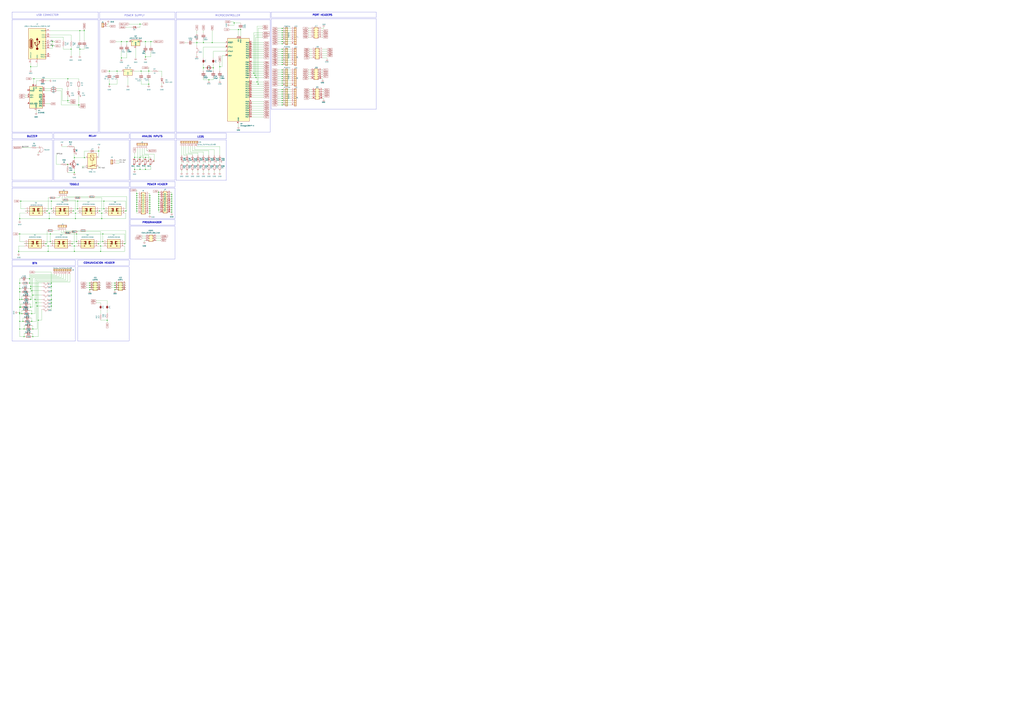
<source format=kicad_sch>
(kicad_sch (version 20231120) (generator "eeschema") (generator_version "8.0")
  (paper "A0")
  (junction (at 199.39 233.68))
  (junction (at 118.11 254))
  (junction (at 26.67 373.38))
  (junction (at 295.91 87.63))
  (junction (at 327.66 88.9))
  (junction (at 35.56 335.28))
  (junction (at 35.56 347.98))
  (junction (at 327.66 74.93))
  (junction (at 327.66 33.02))
  (junction (at 246.38 49.53))
  (junction (at 199.39 231.14))
  (junction (at 173.99 245.11))
  (junction (at 25.4 364.49))
  (junction (at 236.22 49.53))
  (junction (at 120.65 242.57))
  (junction (at 327.66 69.85))
  (junction (at 327.66 64.77))
  (junction (at 279.4 34.29))
  (junction (at 133.35 331.47))
  (junction (at 158.75 227.33))
  (junction (at 173.99 227.33))
  (junction (at 158.75 224.79))
  (junction (at 327.66 57.15))
  (junction (at 60.96 48.26))
  (junction (at 59.69 328.93))
  (junction (at 236.22 78.74))
  (junction (at 184.15 233.68))
  (junction (at 173.99 237.49))
  (junction (at 36.83 373.38))
  (junction (at 327.66 83.82))
  (junction (at 168.91 196.85))
  (junction (at 116.84 292.1))
  (junction (at 119.38 280.67))
  (junction (at 35.56 356.87))
  (junction (at 88.9 280.67))
  (junction (at 104.14 328.93))
  (junction (at 54.61 245.11))
  (junction (at 59.69 332.74))
  (junction (at 175.26 48.26))
  (junction (at 43.18 355.6))
  (junction (at 22.86 373.38))
  (junction (at 24.13 356.87))
  (junction (at 88.9 271.78))
  (junction (at 327.66 109.22))
  (junction (at 327.66 45.72))
  (junction (at 98.044 183.134))
  (junction (at 162.56 196.85))
  (junction (at 327.66 43.18))
  (junction (at 58.42 280.67))
  (junction (at 87.63 247.65))
  (junction (at 119.38 271.78))
  (junction (at 172.72 97.79))
  (junction (at 39.37 91.44))
  (junction (at 327.66 93.98))
  (junction (at 133.35 328.93))
  (junction (at 184.15 241.3))
  (junction (at 327.66 35.56))
  (junction (at 22.86 271.78))
  (junction (at 104.14 331.47))
  (junction (at 158.75 229.87))
  (junction (at 327.66 86.36))
  (junction (at 97.79 35.56))
  (junction (at 228.6 49.53))
  (junction (at 22.86 339.09))
  (junction (at 199.39 246.38))
  (junction (at 59.69 351.79))
  (junction (at 327.66 121.92))
  (junction (at 327.66 72.39))
  (junction (at 173.99 232.41))
  (junction (at 104.14 334.01))
  (junction (at 168.91 66.04))
  (junction (at 168.91 48.26))
  (junction (at 34.29 328.93))
  (junction (at 199.39 238.76))
  (junction (at 55.88 292.1))
  (junction (at 53.34 283.21))
  (junction (at 271.78 26.67))
  (junction (at 22.86 335.28))
  (junction (at 184.15 231.14))
  (junction (at 55.88 285.75))
  (junction (at 327.66 67.31))
  (junction (at 173.99 247.65))
  (junction (at 158.75 234.95))
  (junction (at 144.78 283.21))
  (junction (at 38.1 342.9))
  (junction (at 22.86 254))
  (junction (at 298.45 95.25))
  (junction (at 327.66 50.8))
  (junction (at 90.17 233.68))
  (junction (at 83.82 283.21))
  (junction (at 276.86 34.29))
  (junction (at 86.36 200.406))
  (junction (at 156.21 182.88))
  (junction (at 158.75 240.03))
  (junction (at 199.39 226.06))
  (junction (at 327.66 111.76))
  (junction (at 59.69 347.98))
  (junction (at 114.3 283.21))
  (junction (at 22.86 347.98))
  (junction (at 327.66 91.44))
  (junction (at 184.15 226.06))
  (junction (at 135.89 82.55))
  (junction (at 57.15 247.65))
  (junction (at 158.75 232.41))
  (junction (at 327.66 59.69))
  (junction (at 247.65 78.74))
  (junction (at 86.36 183.134))
  (junction (at 59.69 355.6))
  (junction (at 173.99 242.57))
  (junction (at 114.554 175.514))
  (junction (at 82.55 57.15))
  (junction (at 133.35 336.55))
  (junction (at 162.56 27.94))
  (junction (at 327.66 116.84))
  (junction (at 78.74 116.84))
  (junction (at 199.39 241.3))
  (junction (at 78.486 191.008))
  (junction (at 92.71 35.56))
  (junction (at 59.69 342.9))
  (junction (at 184.15 228.6))
  (junction (at 199.39 236.22))
  (junction (at 118.11 247.65))
  (junction (at 57.15 254))
  (junction (at 22.86 328.93))
  (junction (at 184.15 223.52))
  (junction (at 172.72 82.55))
  (junction (at 24.13 233.68))
  (junction (at 327.66 106.68))
  (junction (at 44.45 372.11))
  (junction (at 124.46 372.11))
  (junction (at 120.65 233.68))
  (junction (at 92.71 57.15))
  (junction (at 294.64 85.09))
  (junction (at 173.99 229.87))
  (junction (at 22.86 356.87))
  (junction (at 104.14 336.55))
  (junction (at 327.66 38.1))
  (junction (at 163.83 82.55))
  (junction (at 34.29 323.85))
  (junction (at 327.66 48.26))
  (junction (at 184.15 243.84))
  (junction (at 158.75 245.11))
  (junction (at 22.86 364.49))
  (junction (at 127 82.55))
  (junction (at 59.69 337.82))
  (junction (at 173.99 234.95))
  (junction (at 162.56 182.88))
  (junction (at 156.21 196.85))
  (junction (at 242.57 92.71))
  (junction (at 87.63 254))
  (junction (at 299.72 97.79))
  (junction (at 115.57 245.11))
  (junction (at 199.39 243.84))
  (junction (at 327.66 40.64))
  (junction (at 22.86 363.22))
  (junction (at 146.05 245.11))
  (junction (at 116.84 285.75))
  (junction (at 184.15 238.76))
  (junction (at 86.36 285.75))
  (junction (at 27.94 382.27))
  (junction (at 327.66 62.23))
  (junction (at 41.91 351.79))
  (junction (at 40.64 347.98))
  (junction (at 59.69 242.57))
  (junction (at 35.56 332.74))
  (junction (at 25.4 347.98))
  (junction (at 58.42 271.78))
  (junction (at 168.91 182.88))
  (junction (at 140.97 67.31))
  (junction (at 158.75 237.49))
  (junction (at 327.66 81.28))
  (junction (at 140.97 48.26))
  (junction (at 85.09 245.11))
  (junction (at 327.66 114.3))
  (junction (at 36.83 337.82))
  (junction (at 127 97.79))
  (junction (at 327.66 104.14))
  (junction (at 38.1 382.27))
  (junction (at 255.27 77.47))
  (junction (at 22.86 382.27))
  (junction (at 27.94 391.16))
  (junction (at 91.44 121.92))
  (junction (at 21.59 292.1))
  (junction (at 199.39 228.6))
  (junction (at 327.66 96.52))
  (junction (at 327.66 119.38))
  (junction (at 184.15 236.22))
  (junction (at 86.36 292.1))
  (junction (at 158.75 242.57))
  (junction (at 90.17 242.57))
  (junction (at 133.35 334.01))
  (junction (at 297.18 90.17))
  (junction (at 59.69 233.68))
  (junction (at 35.56 77.47))
  (junction (at 36.83 364.49))
  (junction (at 78.74 91.44))
  (junction (at 147.32 48.26))
  (junction (at 173.99 240.03))
  (junction (at 327.66 99.06))
  (junction (at 60.96 53.34))
  (junction (at 38.1 391.16))
  (wire (pts (xy 295.91 40.64) (xy 295.91 87.63)))
  (wire (pts (xy 147.32 245.11) (xy 146.05 245.11)))
  (wire (pts (xy 198.12 238.76) (xy 199.39 238.76)))
  (wire (pts (xy 247.65 90.17) (xy 247.65 92.71)))
  (wire (pts (xy 35.56 344.17) (xy 35.56 347.98)))
  (wire (pts (xy 184.15 222.25) (xy 184.15 223.52)))
  (wire (pts (xy 158.75 240.03) (xy 158.75 242.57)))
  (wire (pts (xy 21.59 285.75) (xy 21.59 292.1)))
  (wire (pts (xy 158.75 227.33) (xy 160.02 227.33)))
  (wire (pts (xy 66.04 320.04) (xy 35.56 320.04)))
  (wire (pts (xy 90.17 245.11) (xy 115.57 245.11)))
  (wire (pts (xy 80.01 232.41) (xy 87.63 232.41)))
  (wire (pts (xy 158.75 242.57) (xy 160.02 242.57)))
  (wire (pts (xy 292.1 120.65) (xy 306.07 120.65)))
  (wire (pts (xy 104.14 334.01) (xy 116.84 334.01)))
  (wire (pts (xy 36.83 321.31) (xy 36.83 337.82)))
  (wire (pts (xy 40.64 347.98) (xy 40.64 364.49)))
  (wire (pts (xy 152.4 31.75) (xy 146.05 31.75)))
  (wire (pts (xy 358.14 33.02) (xy 360.68 33.02)))
  (wire (pts (xy 229.87 187.96) (xy 229.87 190.5)))
  (wire (pts (xy 78.74 326.39) (xy 43.18 326.39)))
  (wire (pts (xy 327.66 33.02) (xy 337.82 33.02)))
  (wire (pts (xy 38.1 378.46) (xy 38.1 382.27)))
  (wire (pts (xy 98.044 175.514) (xy 98.044 183.134)))
  (wire (pts (xy 167.64 279.4) (xy 167.64 280.67)))
  (wire (pts (xy 373.38 83.82) (xy 374.65 83.82)))
  (wire (pts (xy 228.6 49.53) (xy 228.6 46.99)))
  (wire (pts (xy 160.02 245.11) (xy 158.75 245.11)))
  (wire (pts (xy 173.99 229.87) (xy 173.99 227.33)))
  (wire (pts (xy 71.12 267.97) (xy 71.12 270.51)))
  (wire (pts (xy 173.99 242.57) (xy 173.99 245.11)))
  (wire (pts (xy 359.41 62.23) (xy 361.95 62.23)))
  (wire (pts (xy 223.52 198.12) (xy 223.52 200.66)))
  (wire (pts (xy 229.87 198.12) (xy 229.87 200.66)))
  (wire (pts (xy 322.58 38.1) (xy 327.66 38.1)))
  (wire (pts (xy 58.42 328.93) (xy 59.69 328.93)))
  (wire (pts (xy 255.27 77.47) (xy 255.27 82.55)))
  (wire (pts (xy 292.1 130.81) (xy 306.07 130.81)))
  (wire (pts (xy 228.6 170.18) (xy 255.27 170.18)))
  (wire (pts (xy 114.554 175.514) (xy 114.554 183.134)))
  (wire (pts (xy 168.91 66.04) (xy 168.91 67.31)))
  (wire (pts (xy 162.56 196.85) (xy 156.21 196.85)))
  (wire (pts (xy 292.1 82.55) (xy 306.07 82.55)))
  (wire (pts (xy 115.57 247.65) (xy 118.11 247.65)))
  (wire (pts (xy 78.74 318.77) (xy 78.74 326.39)))
  (wire (pts (xy 187.96 96.52) (xy 187.96 99.06)))
  (wire (pts (xy 22.86 391.16) (xy 27.94 391.16)))
  (wire (pts (xy 68.58 228.6) (xy 68.58 229.87)))
  (wire (pts (xy 38.1 356.87) (xy 35.56 356.87)))
  (wire (pts (xy 246.38 35.56) (xy 246.38 49.53)))
  (wire (pts (xy 58.42 55.88) (xy 60.96 55.88)))
  (wire (pts (xy 111.76 349.25) (xy 124.46 349.25)))
  (wire (pts (xy 236.22 92.71) (xy 236.22 90.17)))
  (wire (pts (xy 22.86 271.78) (xy 22.86 280.67)))
  (wire (pts (xy 322.58 48.26) (xy 327.66 48.26)))
  (wire (pts (xy 248.92 198.12) (xy 248.92 200.66)))
  (wire (pts (xy 184.15 82.55) (xy 187.96 82.55)))
  (wire (pts (xy 59.69 355.6) (xy 59.69 359.41)))
  (wire (pts (xy 90.17 269.24) (xy 116.84 269.24)))
  (wire (pts (xy 236.22 176.53) (xy 236.22 180.34)))
  (wire (pts (xy 78.74 101.6) (xy 78.74 104.14)))
  (wire (pts (xy 175.26 182.88) (xy 175.26 184.15)))
  (wire (pts (xy 116.84 351.79) (xy 116.84 353.06)))
  (wire (pts (xy 52.07 105.41) (xy 58.42 105.41)))
  (wire (pts (xy 78.486 191.008) (xy 78.486 192.786)))
  (wire (pts (xy 119.38 271.78) (xy 119.38 280.67)))
  (wire (pts (xy 22.86 335.28) (xy 22.86 339.09)))
  (wire (pts (xy 25.4 344.17) (xy 25.4 347.98)))
  (wire (pts (xy 199.39 233.68) (xy 199.39 236.22)))
  (wire (pts (xy 172.72 82.55) (xy 163.83 82.55)))
  (wire (pts (xy 133.35 336.55) (xy 146.05 336.55)))
  (wire (pts (xy 24.13 233.68) (xy 24.13 242.57)))
  (wire (pts (xy 184.15 246.38) (xy 184.15 243.84)))
  (wire (pts (xy 327.66 96.52) (xy 337.82 96.52)))
  (wire (pts (xy 168.91 48.26) (xy 175.26 48.26)))
  (wire (pts (xy 91.44 124.46) (xy 91.44 121.92)))
  (wire (pts (xy 54.61 242.57) (xy 59.69 242.57)))
  (wire (pts (xy 35.56 347.98) (xy 34.29 347.98)))
  (wire (pts (xy 373.38 88.9) (xy 374.65 88.9)))
  (wire (pts (xy 257.81 77.47) (xy 257.81 64.77)))
  (wire (pts (xy 60.96 48.26) (xy 63.5 48.26)))
  (wire (pts (xy 27.94 373.38) (xy 26.67 373.38)))
  (wire (pts (xy 228.6 35.56) (xy 228.6 39.37)))
  (wire (pts (xy 224.79 49.53) (xy 228.6 49.53)))
  (wire (pts (xy 217.17 198.12) (xy 217.17 200.66)))
  (wire (pts (xy 100.33 328.93) (xy 104.14 328.93)))
  (wire (pts (xy 58.42 43.18) (xy 73.66 43.18)))
  (wire (pts (xy 292.1 107.95) (xy 306.07 107.95)))
  (wire (pts (xy 27.94 378.46) (xy 27.94 382.27)))
  (wire (pts (xy 322.58 111.76) (xy 327.66 111.76)))
  (wire (pts (xy 27.94 285.75) (xy 21.59 285.75)))
  (wire (pts (xy 210.82 198.12) (xy 210.82 200.66)))
  (wire (pts (xy 86.36 285.75) (xy 88.9 285.75)))
  (wire (pts (xy 299.72 97.79) (xy 306.07 97.79)))
  (wire (pts (xy 198.12 236.22) (xy 199.39 236.22)))
  (wire (pts (xy 34.29 318.77) (xy 34.29 323.85)))
  (wire (pts (xy 322.58 35.56) (xy 327.66 35.56)))
  (wire (pts (xy 22.86 335.28) (xy 22.86 328.93)))
  (wire (pts (xy 127 97.79) (xy 127 99.06)))
  (wire (pts (xy 184.15 233.68) (xy 184.15 236.22)))
  (wire (pts (xy 158.75 224.79) (xy 158.75 227.33)))
  (wire (pts (xy 236.22 92.71) (xy 242.57 92.71)))
  (wire (pts (xy 181.61 279.4) (xy 186.69 279.4)))
  (wire (pts (xy 292.1 52.07) (xy 306.07 52.07)))
  (wire (pts (xy 118.11 254) (xy 118.11 247.65)))
  (wire (pts (xy 87.63 245.11) (xy 87.63 232.41)))
  (wire (pts (xy 58.42 355.6) (xy 59.69 355.6)))
  (wire (pts (xy 36.83 373.38) (xy 35.56 373.38)))
  (wire (pts (xy 58.42 53.34) (xy 60.96 53.34)))
  (wire (pts (xy 34.29 328.93) (xy 48.26 328.93)))
  (wire (pts (xy 60.96 53.34) (xy 63.5 53.34)))
  (wire (pts (xy 76.2 325.12) (xy 41.91 325.12)))
  (wire (pts (xy 172.72 229.87) (xy 173.99 229.87)))
  (wire (pts (xy 276.86 143.51) (xy 276.86 147.32)))
  (wire (pts (xy 87.63 247.65) (xy 90.17 247.65)))
  (wire (pts (xy 58.42 347.98) (xy 59.69 347.98)))
  (wire (pts (xy 147.32 59.69) (xy 147.32 67.31)))
  (wire (pts (xy 58.42 50.8) (xy 60.96 50.8)))
  (wire (pts (xy 210.82 170.18) (xy 210.82 180.34)))
  (wire (pts (xy 374.65 109.22) (xy 375.92 109.22)))
  (wire (pts (xy 359.41 59.69) (xy 361.95 59.69)))
  (wire (pts (xy 81.28 318.77) (xy 81.28 327.66)))
  (wire (pts (xy 199.39 231.14) (xy 199.39 233.68)))
  (wire (pts (xy 158.75 242.57) (xy 158.75 245.11)))
  (wire (pts (xy 236.22 54.61) (xy 236.22 67.31)))
  (wire (pts (xy 246.38 78.74) (xy 247.65 78.74)))
  (wire (pts (xy 218.44 177.8) (xy 229.87 177.8)))
  (wire (pts (xy 184.15 231.14) (xy 185.42 231.14)))
  (wire (pts (xy 297.18 43.18) (xy 297.18 90.17)))
  (wire (pts (xy 255.27 187.96) (xy 255.27 190.5)))
  (wire (pts (xy 162.56 172.72) (xy 162.56 181.61)))
  (wire (pts (xy 68.58 229.87) (xy 64.77 229.87)))
  (wire (pts (xy 59.69 332.74) (xy 59.69 337.82)))
  (wire (pts (xy 358.14 40.64) (xy 360.68 40.64)))
  (wire (pts (xy 158.75 220.98) (xy 158.75 224.79)))
  (wire (pts (xy 43.18 73.66) (xy 43.18 77.47)))
  (wire (pts (xy 359.41 67.31) (xy 361.95 67.31)))
  (wire (pts (xy 158.75 237.49) (xy 160.02 237.49)))
  (wire (pts (xy 292.1 54.61) (xy 306.07 54.61)))
  (wire (pts (xy 58.42 271.78) (xy 88.9 271.78)))
  (wire (pts (xy 97.79 35.56) (xy 97.79 46.99)))
  (wire (pts (xy 65.532 191.008) (xy 70.612 191.008)))
  (wire (pts (xy 22.86 335.28) (xy 25.4 335.28)))
  (wire (pts (xy 73.66 46.99) (xy 73.66 43.18)))
  (wire (pts (xy 359.41 114.3) (xy 361.95 114.3)))
  (wire (pts (xy 71.12 105.41) (xy 71.12 121.92)))
  (wire (pts (xy 292.1 87.63) (xy 295.91 87.63)))
  (wire (pts (xy 168.91 182.88) (xy 175.26 182.88)))
  (wire (pts (xy 327.66 121.92) (xy 337.82 121.92)))
  (wire (pts (xy 103.124 175.514) (xy 98.044 175.514)))
  (wire (pts (xy 39.37 91.44) (xy 39.37 97.79)))
  (wire (pts (xy 184.15 223.52) (xy 185.42 223.52)))
  (wire (pts (xy 198.12 241.3) (xy 199.39 241.3)))
  (wire (pts (xy 184.15 228.6) (xy 185.42 228.6)))
  (wire (pts (xy 29.21 245.11) (xy 54.61 245.11)))
  (wire (pts (xy 38.1 387.35) (xy 38.1 391.16)))
  (wire (pts (xy 223.52 170.18) (xy 223.52 175.26)))
  (wire (pts (xy 322.58 86.36) (xy 327.66 86.36)))
  (wire (pts (xy 215.9 179.07) (xy 223.52 179.07)))
  (wire (pts (xy 322.58 64.77) (xy 327.66 64.77)))
  (wire (pts (xy 322.58 116.84) (xy 327.66 116.84)))
  (wire (pts (xy 59.69 328.93) (xy 59.69 332.74)))
  (wire (pts (xy 248.92 187.96) (xy 248.92 190.5)))
  (wire (pts (xy 184.15 231.14) (xy 184.15 233.68)))
  (wire (pts (xy 322.58 93.98) (xy 327.66 93.98)))
  (wire (pts (xy 255.27 170.18) (xy 255.27 180.34)))
  (wire (pts (xy 184.15 228.6) (xy 184.15 231.14)))
  (wire (pts (xy 379.73 59.69) (xy 374.65 59.69)))
  (wire (pts (xy 65.532 179.578) (xy 65.532 191.008)))
  (wire (pts (xy 97.79 54.61) (xy 97.79 57.15)))
  (wire (pts (xy 165.1 274.32) (xy 168.91 274.32)))
  (wire (pts (xy 146.05 267.97) (xy 146.05 283.21)))
  (wire (pts (xy 58.42 351.79) (xy 59.69 351.79)))
  (wire (pts (xy 22.86 247.65) (xy 22.86 254)))
  (wire (pts (xy 322.58 50.8) (xy 327.66 50.8)))
  (wire (pts (xy 175.26 66.04) (xy 168.91 66.04)))
  (wire (pts (xy 327.66 35.56) (xy 337.82 35.56)))
  (wire (pts (xy 327.66 59.69) (xy 337.82 59.69)))
  (wire (pts (xy 43.18 382.27) (xy 38.1 382.27)))
  (wire (pts (xy 158.75 227.33) (xy 158.75 229.87)))
  (wire (pts (xy 168.91 279.4) (xy 167.64 279.4)))
  (wire (pts (xy 25.4 364.49) (xy 22.86 364.49)))
  (wire (pts (xy 172.72 240.03) (xy 173.99 240.03)))
  (wire (pts (xy 116.84 269.24) (xy 116.84 283.21)))
  (wire (pts (xy 160.02 247.65) (xy 158.75 247.65)))
  (wire (pts (xy 22.86 254) (xy 57.15 254)))
  (wire (pts (xy 29.21 113.03) (xy 31.75 113.03)))
  (wire (pts (xy 172.72 234.95) (xy 173.99 234.95)))
  (wire (pts (xy 158.75 229.87) (xy 160.02 229.87)))
  (wire (pts (xy 247.65 59.69) (xy 247.65 67.31)))
  (wire (pts (xy 34.29 360.68) (xy 36.83 360.68)))
  (wire (pts (xy 22.86 271.78) (xy 58.42 271.78)))
  (wire (pts (xy 134.62 48.26) (xy 140.97 48.26)))
  (wire (pts (xy 173.99 234.95) (xy 173.99 237.49)))
  (wire (pts (xy 44.45 171.45) (xy 43.18 171.45)))
  (wire (pts (xy 292.1 105.41) (xy 306.07 105.41)))
  (wire (pts (xy 327.66 86.36) (xy 337.82 86.36)))
  (wire (pts (xy 327.66 40.64) (xy 337.82 40.64)))
  (wire (pts (xy 35.56 332.74) (xy 48.26 332.74)))
  (wire (pts (xy 217.17 180.34) (xy 213.36 180.34)))
  (wire (pts (xy 33.02 335.28) (xy 35.56 335.28)))
  (wire (pts (xy 292.1 62.23) (xy 306.07 62.23)))
  (wire (pts (xy 292.1 72.39) (xy 306.07 72.39)))
  (wire (pts (xy 104.14 336.55) (xy 116.84 336.55)))
  (wire (pts (xy 57.15 254) (xy 87.63 254)))
  (wire (pts (xy 146.05 283.21) (xy 144.78 283.21)))
  (wire (pts (xy 228.6 49.53) (xy 228.6 53.34)))
  (wire (pts (xy 129.54 334.01) (xy 133.35 334.01)))
  (wire (pts (xy 292.1 135.89) (xy 306.07 135.89)))
  (wire (pts (xy 90.17 233.68) (xy 90.17 242.57)))
  (wire (pts (xy 86.36 183.134) (xy 98.044 183.134)))
  (wire (pts (xy 327.66 45.72) (xy 337.82 45.72)))
  (wire (pts (xy 35.56 332.74) (xy 35.56 335.28)))
  (wire (pts (xy 44.45 391.16) (xy 38.1 391.16)))
  (wire (pts (xy 52.07 120.65) (xy 58.42 120.65)))
  (wire (pts (xy 27.94 283.21) (xy 53.34 283.21)))
  (wire (pts (xy 322.58 114.3) (xy 327.66 114.3)))
  (wire (pts (xy 162.56 181.61) (xy 166.37 181.61)))
  (wire (pts (xy 322.58 104.14) (xy 327.66 104.14)))
  (wire (pts (xy 114.3 283.21) (xy 116.84 283.21)))
  (wire (pts (xy 118.11 254) (xy 146.05 254)))
  (wire (pts (xy 172.72 237.49) (xy 173.99 237.49)))
  (wire (pts (xy 78.74 116.84) (xy 81.28 116.84)))
  (wire (pts (xy 115.57 242.57) (xy 120.65 242.57)))
  (wire (pts (xy 173.99 247.65) (xy 173.99 250.19)))
  (wire (pts (xy 35.56 335.28) (xy 35.56 339.09)))
  (wire (pts (xy 359.41 111.76) (xy 361.95 111.76)))
  (wire (pts (xy 322.58 43.18) (xy 327.66 43.18)))
  (wire (pts (xy 236.22 45.72) (xy 236.22 49.53)))
  (wire (pts (xy 63.5 318.77) (xy 34.29 318.77)))
  (wire (pts (xy 92.71 35.56) (xy 97.79 35.56)))
  (wire (pts (xy 322.58 62.23) (xy 327.66 62.23)))
  (wire (pts (xy 58.42 342.9) (xy 59.69 342.9)))
  (wire (pts (xy 115.57 245.11) (xy 118.11 245.11)))
  (wire (pts (xy 374.65 35.56) (xy 373.38 35.56)))
  (wire (pts (xy 133.35 336.55) (xy 133.35 337.82)))
  (wire (pts (xy 304.8 33.02) (xy 299.72 33.02)))
  (wire (pts (xy 116.84 292.1) (xy 116.84 285.75)))
  (wire (pts (xy 375.92 114.3) (xy 375.92 115.57)))
  (wire (pts (xy 327.66 72.39) (xy 337.82 72.39)))
  (wire (pts (xy 271.78 26.67) (xy 279.4 26.67)))
  (wire (pts (xy 168.91 191.77) (xy 168.91 196.85)))
  (wire (pts (xy 327.66 64.77) (xy 337.82 64.77)))
  (wire (pts (xy 78.486 191.008) (xy 78.74 191.008)))
  (wire (pts (xy 111.76 351.79) (xy 116.84 351.79)))
  (wire (pts (xy 327.66 119.38) (xy 337.82 119.38)))
  (wire (pts (xy 22.86 323.85) (xy 22.86 328.93)))
  (wire (pts (xy 229.87 177.8) (xy 229.87 180.34)))
  (wire (pts (xy 22.86 233.68) (xy 24.13 233.68)))
  (wire (pts (xy 29.21 110.49) (xy 31.75 110.49)))
  (wire (pts (xy 172.72 92.71) (xy 172.72 97.79)))
  (wire (pts (xy 59.69 342.9) (xy 59.69 347.98)))
  (wire (pts (xy 199.39 243.84) (xy 199.39 246.38)))
  (wire (pts (xy 140.97 48.26) (xy 147.32 48.26)))
  (wire (pts (xy 172.72 85.09) (xy 172.72 82.55)))
  (wire (pts (xy 162.56 27.94) (xy 162.56 31.75)))
  (wire (pts (xy 43.18 326.39) (xy 43.18 355.6)))
  (wire (pts (xy 24.13 323.85) (xy 22.86 323.85)))
  (wire (pts (xy 36.83 364.49) (xy 40.64 364.49)))
  (wire (pts (xy 173.99 245.11) (xy 173.99 247.65)))
  (wire (pts (xy 55.88 245.11) (xy 54.61 245.11)))
  (wire (pts (xy 36.83 360.68) (xy 36.83 364.49)))
  (wire (pts (xy 292.1 64.77) (xy 306.07 64.77)))
  (wire (pts (xy 59.69 316.23) (xy 59.69 328.93)))
  (wire (pts (xy 160.02 172.72) (xy 160.02 187.96)))
  (wire (pts (xy 294.64 38.1) (xy 294.64 85.09)))
  (wire (pts (xy 374.65 38.1) (xy 373.38 38.1)))
  (wire (pts (xy 21.59 271.78) (xy 22.86 271.78)))
  (wire (pts (xy 228.6 63.5) (xy 228.6 64.77)))
  (wire (pts (xy 181.61 276.86) (xy 186.69 276.86)))
  (wire (pts (xy 217.17 187.96) (xy 217.17 190.5)))
  (wire (pts (xy 379.73 64.77) (xy 374.65 64.77)))
  (wire (pts (xy 292.1 110.49) (xy 306.07 110.49)))
  (wire (pts (xy 198.12 223.52) (xy 199.39 223.52)))
  (wire (pts (xy 168.91 48.26) (xy 168.91 53.34)))
  (wire (pts (xy 82.55 54.61) (xy 82.55 57.15)))
  (wire (pts (xy 292.1 100.33) (xy 306.07 100.33)))
  (wire (pts (xy 327.66 93.98) (xy 337.82 93.98)))
  (wire (pts (xy 78.74 91.44) (xy 78.74 93.98)))
  (wire (pts (xy 119.38 283.21) (xy 144.78 283.21)))
  (wire (pts (xy 165.1 172.72) (xy 165.1 180.34)))
  (wire (pts (xy 292.1 59.69) (xy 306.07 59.69)))
  (wire (pts (xy 91.44 93.98) (xy 91.44 91.44)))
  (wire (pts (xy 73.66 323.85) (xy 40.64 323.85)))
  (wire (pts (xy 86.36 283.21) (xy 86.36 270.51)))
  (wire (pts (xy 185.42 246.38) (xy 184.15 246.38)))
  (wire (pts (xy 55.88 285.75) (xy 58.42 285.75)))
  (wire (pts (xy 22.86 356.87) (xy 22.86 363.22)))
  (wire (pts (xy 304.8 43.18) (xy 297.18 43.18)))
  (wire (pts (xy 116.84 360.68) (xy 116.84 364.49)))
  (wire (pts (xy 140.97 59.69) (xy 140.97 67.31)))
  (wire (pts (xy 86.36 196.088) (xy 86.36 200.406)))
  (wire (pts (xy 85.598 170.18) (xy 86.36 170.18)))
  (wire (pts (xy 68.58 228.6) (xy 69.85 228.6)))
  (wire (pts (xy 36.83 91.44) (xy 39.37 91.44)))
  (wire (pts (xy 359.41 64.77) (xy 361.95 64.77)))
  (wire (pts (xy 322.58 57.15) (xy 327.66 57.15)))
  (wire (pts (xy 114.3 285.75) (xy 116.84 285.75)))
  (wire (pts (xy 124.46 360.68) (xy 124.46 363.22)))
  (wire (pts (xy 322.58 72.39) (xy 327.66 72.39)))
  (wire (pts (xy 327.66 106.68) (xy 337.82 106.68)))
  (wire (pts (xy 25.4 356.87) (xy 24.13 356.87)))
  (wire (pts (xy 276.86 34.29) (xy 279.4 34.29)))
  (wire (pts (xy 66.04 102.87) (xy 72.39 102.87)))
  (wire (pts (xy 374.65 40.64) (xy 373.38 40.64)))
  (wire (pts (xy 175.26 191.77) (xy 175.26 196.85)))
  (wire (pts (xy 147.32 228.6) (xy 147.32 245.11)))
  (wire (pts (xy 236.22 74.93) (xy 236.22 78.74)))
  (wire (pts (xy 55.88 292.1) (xy 55.88 285.75)))
  (wire (pts (xy 148.59 90.17) (xy 148.59 99.06)))
  (wire (pts (xy 292.1 77.47) (xy 306.07 77.47)))
  (wire (pts (xy 147.32 48.26) (xy 149.86 48.26)))
  (wire (pts (xy 165.1 48.26) (xy 168.91 48.26)))
  (wire (pts (xy 184.15 236.22) (xy 184.15 238.76)))
  (wire (pts (xy 33.02 328.93) (xy 34.29 328.93)))
  (wire (pts (xy 41.91 97.79) (xy 41.91 93.98)))
  (wire (pts (xy 31.75 323.85) (xy 34.29 323.85)))
  (wire (pts (xy 199.39 238.76) (xy 199.39 241.3)))
  (wire (pts (xy 299.72 33.02) (xy 299.72 97.79)))
  (wire (pts (xy 55.88 229.87) (xy 57.15 229.87)))
  (wire (pts (xy 66.04 318.77) (xy 66.04 320.04)))
  (wire (pts (xy 165.1 180.34) (xy 172.72 180.34)))
  (wire (pts (xy 236.22 54.61) (xy 261.62 54.61)))
  (wire (pts (xy 134.874 189.484) (xy 138.684 189.484)))
  (wire (pts (xy 198.12 226.06) (xy 199.39 226.06)))
  (wire (pts (xy 24.13 353.06) (xy 24.13 356.87)))
  (wire (pts (xy 162.56 182.88) (xy 162.56 184.15)))
  (wire (pts (xy 53.34 93.98) (xy 57.15 93.98)))
  (wire (pts (xy 167.64 179.07) (xy 179.07 179.07)))
  (wire (pts (xy 322.58 74.93) (xy 327.66 74.93)))
  (wire (pts (xy 157.48 55.88) (xy 157.48 67.31)))
  (wire (pts (xy 292.1 133.35) (xy 306.07 133.35)))
  (wire (pts (xy 86.36 292.1) (xy 86.36 285.75)))
  (wire (pts (xy 58.42 337.82) (xy 59.69 337.82)))
  (wire (pts (xy 100.33 334.01) (xy 104.14 334.01)))
  (wire (pts (xy 55.88 245.11) (xy 55.88 229.87)))
  (wire (pts (xy 147.32 67.31) (xy 140.97 67.31)))
  (wire (pts (xy 379.73 62.23) (xy 374.65 62.23)))
  (wire (pts (xy 322.58 59.69) (xy 327.66 59.69)))
  (wire (pts (xy 36.83 337.82) (xy 36.83 347.98)))
  (wire (pts (xy 38.1 342.9) (xy 48.26 342.9)))
  (wire (pts (xy 156.21 191.77) (xy 156.21 196.85)))
  (wire (pts (xy 21.59 292.1) (xy 55.88 292.1)))
  (wire (pts (xy 59.69 351.79) (xy 59.69 355.6)))
  (wire (pts (xy 158.75 224.79) (xy 160.02 224.79)))
  (wire (pts (xy 82.55 270.51) (xy 86.36 270.51)))
  (wire (pts (xy 327.66 111.76) (xy 337.82 111.76)))
  (wire (pts (xy 374.65 91.44) (xy 373.38 91.44)))
  (wire (pts (xy 375.92 33.02) (xy 375.92 31.75)))
  (wire (pts (xy 172.72 97.79) (xy 172.72 99.06)))
  (wire (pts (xy 71.12 270.51) (xy 74.93 270.51)))
  (wire (pts (xy 76.2 267.97) (xy 92.71 267.97)))
  (wire (pts (xy 292.1 128.27) (xy 306.07 128.27)))
  (wire (pts (xy 322.58 40.64) (xy 327.66 40.64)))
  (wire (pts (xy 173.99 224.79) (xy 172.72 224.79)))
  (wire (pts (xy 127 82.55) (xy 135.89 82.55)))
  (wire (pts (xy 90.17 233.68) (xy 120.65 233.68)))
  (wire (pts (xy 156.21 198.12) (xy 156.21 196.85)))
  (wire (pts (xy 292.1 74.93) (xy 306.07 74.93)))
  (wire (pts (xy 327.66 48.26) (xy 337.82 48.26)))
  (wire (pts (xy 82.55 46.99) (xy 82.55 40.64)))
  (wire (pts (xy 34.29 323.85) (xy 34.29 328.93)))
  (wire (pts (xy 297.18 90.17) (xy 306.07 90.17)))
  (wire (pts (xy 38.1 391.16) (xy 36.83 391.16)))
  (wire (pts (xy 246.38 49.53) (xy 261.62 49.53)))
  (wire (pts (xy 163.83 92.71) (xy 163.83 97.79)))
  (wire (pts (xy 158.75 240.03) (xy 160.02 240.03)))
  (wire (pts (xy 292.1 57.15) (xy 306.07 57.15)))
  (wire (pts (xy 271.78 25.4) (xy 271.78 26.67)))
  (wire (pts (xy 327.66 50.8) (xy 337.82 50.8)))
  (wire (pts (xy 298.45 95.25) (xy 306.07 95.25)))
  (wire (pts (xy 35.56 369.57) (xy 36.83 369.57)))
  (wire (pts (xy 124.46 372.11) (xy 124.46 374.65)))
  (wire (pts (xy 166.37 181.61) (xy 166.37 187.96)))
  (wire (pts (xy 36.83 387.35) (xy 38.1 387.35)))
  (wire (pts (xy 74.93 229.87) (xy 86.36 229.87)))
  (wire (pts (xy 97.79 34.29) (xy 97.79 35.56)))
  (wire (pts (xy 162.56 191.77) (xy 162.56 196.85)))
  (wire (pts (xy 292.1 90.17) (xy 297.18 90.17)))
  (wire (pts (xy 322.58 119.38) (xy 327.66 119.38)))
  (wire (pts (xy 163.83 97.79) (xy 172.72 97.79)))
  (wire (pts (xy 158.75 232.41) (xy 160.02 232.41)))
  (wire (pts (xy 83.82 285.75) (xy 86.36 285.75)))
  (wire (pts (xy 44.45 176.53) (xy 44.45 178.308)))
  (wire (pts (xy 57.15 254) (xy 57.15 247.65)))
  (wire (pts (xy 373.38 86.36) (xy 374.65 86.36)))
  (wire (pts (xy 24.13 242.57) (xy 29.21 242.57)))
  (wire (pts (xy 140.97 48.26) (xy 140.97 52.07)))
  (wire (pts (xy 53.34 283.21) (xy 54.61 283.21)))
  (wire (pts (xy 327.66 62.23) (xy 337.82 62.23)))
  (wire (pts (xy 58.42 35.56) (xy 92.71 35.56)))
  (wire (pts (xy 149.86 27.94) (xy 162.56 27.94)))
  (wire (pts (xy 38.1 322.58) (xy 38.1 342.9)))
  (wire (pts (xy 156.21 177.8) (xy 156.21 182.88)))
  (wire (pts (xy 48.26 355.6) (xy 43.18 355.6)))
  (wire (pts (xy 27.94 382.27) (xy 22.86 382.27)))
  (wire (pts (xy 294.64 85.09) (xy 306.07 85.09)))
  (wire (pts (xy 36.83 337.82) (xy 48.26 337.82)))
  (wire (pts (xy 86.36 170.18) (xy 86.36 171.069)))
  (wire (pts (xy 327.66 57.15) (xy 337.82 57.15)))
  (wire (pts (xy 76.2 318.77) (xy 76.2 325.12)))
  (wire (pts (xy 86.36 200.406) (xy 86.36 201.168)))
  (wire (pts (xy 87.63 254) (xy 118.11 254)))
  (wire (pts (xy 327.66 88.9) (xy 337.82 88.9)))
  (wire (pts (xy 73.66 269.24) (xy 82.55 269.24)))
  (wire (pts (xy 242.57 93.98) (xy 242.57 92.71)))
  (wire (pts (xy 327.66 81.28) (xy 337.82 81.28)))
  (wire (pts (xy 25.4 347.98) (xy 22.86 347.98)))
  (wire (pts (xy 158.75 229.87) (xy 158.75 232.41)))
  (wire (pts (xy 36.83 378.46) (xy 38.1 378.46)))
  (wire (pts (xy 172.72 232.41) (xy 173.99 232.41)))
  (wire (pts (xy 236.22 78.74) (xy 236.22 82.55)))
  (wire (pts (xy 198.12 231.14) (xy 199.39 231.14)))
  (wire (pts (xy 184.15 233.68) (xy 185.42 233.68)))
  (wire (pts (xy 267.97 25.4) (xy 271.78 25.4)))
  (wire (pts (xy 199.39 223.52) (xy 199.39 226.06)))
  (wire (pts (xy 172.72 247.65) (xy 173.99 247.65)))
  (wire (pts (xy 359.41 57.15) (xy 361.95 57.15)))
  (wire (pts (xy 172.72 180.34) (xy 172.72 187.96)))
  (wire (pts (xy 59.69 233.68) (xy 59.69 242.57)))
  (wire (pts (xy 173.99 237.49) (xy 173.99 240.03)))
  (wire (pts (xy 35.56 73.66) (xy 35.56 77.47)))
  (wire (pts (xy 170.18 172.72) (xy 170.18 175.26)))
  (wire (pts (xy 374.65 43.18) (xy 373.38 43.18)))
  (wire (pts (xy 322.58 106.68) (xy 327.66 106.68)))
  (wire (pts (xy 247.65 92.71) (xy 242.57 92.71)))
  (wire (pts (xy 158.75 232.41) (xy 158.75 234.95)))
  (wire (pts (xy 358.14 43.18) (xy 360.68 43.18)))
  (wire (pts (xy 173.99 240.03) (xy 173.99 242.57)))
  (wire (pts (xy 91.44 91.44) (xy 78.74 91.44)))
  (wire (pts (xy 129.54 328.93) (xy 133.35 328.93)))
  (wire (pts (xy 100.33 331.47) (xy 104.14 331.47)))
  (wire (pts (xy 116.84 285.75) (xy 119.38 285.75)))
  (wire (pts (xy 322.58 91.44) (xy 327.66 91.44)))
  (wire (pts (xy 24.13 233.68) (xy 59.69 233.68)))
  (wire (pts (xy 358.14 35.56) (xy 360.68 35.56)))
  (wire (pts (xy 236.22 187.96) (xy 236.22 190.5)))
  (wire (pts (xy 358.14 81.28) (xy 360.68 81.28)))
  (wire (pts (xy 127 92.71) (xy 127 97.79)))
  (wire (pts (xy 327.66 109.22) (xy 337.82 109.22)))
  (wire (pts (xy 127 82.55) (xy 127 85.09)))
  (wire (pts (xy 86.36 178.689) (xy 86.36 183.134)))
  (wire (pts (xy 116.84 292.1) (xy 144.78 292.1)))
  (wire (pts (xy 135.89 82.55) (xy 140.97 82.55)))
  (wire (pts (xy 156.21 182.88) (xy 156.21 184.15)))
  (wire (pts (xy 97.79 57.15) (xy 92.71 57.15)))
  (wire (pts (xy 58.42 271.78) (xy 58.42 280.67)))
  (wire (pts (xy 88.9 283.21) (xy 114.3 283.21)))
  (wire (pts (xy 78.486 200.406) (xy 86.36 200.406)))
  (wire (pts (xy 41.91 128.27) (xy 41.91 130.81)))
  (wire (pts (xy 292.1 80.01) (xy 306.07 80.01)))
  (wire (pts (xy 374.65 106.68) (xy 375.92 106.68)))
  (wire (pts (xy 27.94 387.35) (xy 27.94 391.16)))
  (wire (pts (xy 199.39 228.6) (xy 199.39 231.14)))
  (wire (pts (xy 125.73 27.94) (xy 124.46 27.94)))
  (wire (pts (xy 359.41 106.68) (xy 361.95 106.68)))
  (wire (pts (xy 218.44 170.18) (xy 218.44 177.8)))
  (wire (pts (xy 54.61 283.21) (xy 54.61 267.97)))
  (wire (pts (xy 173.99 232.41) (xy 173.99 234.95)))
  (wire (pts (xy 292.1 97.79) (xy 299.72 97.79)))
  (wire (pts (xy 184.15 238.76) (xy 185.42 238.76)))
  (wire (pts (xy 375.92 114.3) (xy 374.65 114.3)))
  (wire (pts (xy 59.69 359.41) (xy 58.42 359.41)))
  (wire (pts (xy 40.64 316.23) (xy 59.69 316.23)))
  (wire (pts (xy 39.37 91.44) (xy 78.74 91.44)))
  (wire (pts (xy 181.61 274.32) (xy 186.69 274.32)))
  (wire (pts (xy 247.65 74.93) (xy 247.65 78.74)))
  (wire (pts (xy 292.1 95.25) (xy 298.45 95.25)))
  (wire (pts (xy 73.66 54.61) (xy 73.66 57.15)))
  (wire (pts (xy 58.42 40.64) (xy 82.55 40.64)))
  (wire (pts (xy 184.15 243.84) (xy 184.15 241.3)))
  (wire (pts (xy 95.504 195.834) (xy 95.504 193.294)))
  (wire (pts (xy 168.91 182.88) (xy 168.91 184.15)))
  (wire (pts (xy 92.71 35.56) (xy 92.71 46.99)))
  (wire (pts (xy 110.49 228.6) (xy 147.32 228.6)))
  (wire (pts (xy 322.58 88.9) (xy 327.66 88.9)))
  (wire (pts (xy 127 30.48) (xy 124.46 30.48)))
  (wire (pts (xy 98.044 183.134) (xy 99.314 183.134)))
  (wire (pts (xy 292.1 113.03) (xy 306.07 113.03)))
  (wire (pts (xy 322.58 45.72) (xy 327.66 45.72)))
  (wire (pts (xy 223.52 179.07) (xy 223.52 180.34)))
  (wire (pts (xy 120.65 233.68) (xy 146.05 233.68)))
  (wire (pts (xy 327.66 104.14) (xy 337.82 104.14)))
  (wire (pts (xy 213.36 180.34) (xy 213.36 170.18)))
  (wire (pts (xy 78.74 111.76) (xy 78.74 116.84)))
  (wire (pts (xy 21.59 292.1) (xy 21.59 294.64)))
  (wire (pts (xy 304.8 30.48) (xy 298.45 30.48)))
  (wire (pts (xy 304.8 38.1) (xy 294.64 38.1)))
  (wire (pts (xy 162.56 196.85) (xy 168.91 196.85)))
  (wire (pts (xy 144.78 271.78) (xy 144.78 280.67)))
  (wire (pts (xy 379.73 67.31) (xy 379.73 68.58)))
  (wire (pts (xy 73.66 318.77) (xy 73.66 323.85)))
  (wire (pts (xy 119.38 271.78) (xy 144.78 271.78)))
  (wire (pts (xy 59.69 337.82) (xy 59.69 342.9)))
  (wire (pts (xy 156.21 82.55) (xy 163.83 82.55)))
  (wire (pts (xy 53.34 285.75) (xy 55.88 285.75)))
  (wire (pts (xy 184.15 241.3) (xy 184.15 238.76)))
  (wire (pts (xy 223.52 175.26) (xy 242.57 175.26)))
  (wire (pts (xy 198.12 243.84) (xy 199.39 243.84)))
  (wire (pts (xy 92.71 57.15) (xy 92.71 64.77)))
  (wire (pts (xy 179.07 179.07) (xy 179.07 187.96)))
  (wire (pts (xy 358.14 86.36) (xy 360.68 86.36)))
  (wire (pts (xy 25.4 360.68) (xy 25.4 364.49)))
  (wire (pts (xy 22.86 254) (xy 22.86 256.54)))
  (wire (pts (xy 34.29 344.17) (xy 35.56 344.17)))
  (wire (pts (xy 322.58 121.92) (xy 327.66 121.92)))
  (wire (pts (xy 220.98 170.18) (xy 220.98 176.53)))
  (wire (pts (xy 292.1 123.19) (xy 306.07 123.19)))
  (wire (pts (xy 165.1 276.86) (xy 168.91 276.86)))
  (wire (pts (xy 41.91 351.79) (xy 41.91 373.38)))
  (wire (pts (xy 26.67 369.57) (xy 26.67 373.38)))
  (wire (pts (xy 92.71 54.61) (xy 92.71 57.15)))
  (wire (pts (xy 22.86 280.67) (xy 27.94 280.67)))
  (wire (pts (xy 91.44 111.76) (xy 91.44 121.92)))
  (wire (pts (xy 35.56 171.45) (xy 25.4 171.45)))
  (wire (pts (xy 173.99 232.41) (xy 173.99 229.87)))
  (wire (pts (xy 78.74 119.38) (xy 78.74 116.84)))
  (wire (pts (xy 322.58 109.22) (xy 327.66 109.22)))
  (wire (pts (xy 322.58 99.06) (xy 327.66 99.06)))
  (wire (pts (xy 91.44 121.92) (xy 92.71 121.92)))
  (wire (pts (xy 358.14 38.1) (xy 360.68 38.1)))
  (wire (pts (xy 292.1 49.53) (xy 306.07 49.53)))
  (wire (pts (xy 168.91 60.96) (xy 168.91 66.04)))
  (wire (pts (xy 279.4 41.91) (xy 279.4 34.29)))
  (wire (pts (xy 327.66 83.82) (xy 337.82 83.82)))
  (wire (pts (xy 124.46 349.25) (xy 124.46 353.06)))
  (wire (pts (xy 72.39 228.6) (xy 72.39 232.41)))
  (wire (pts (xy 22.86 347.98) (xy 22.86 356.87)))
  (wire (pts (xy 22.86 364.49) (xy 22.86 373.38)))
  (wire (pts (xy 53.34 280.67) (xy 58.42 280.67)))
  (wire (pts (xy 146.05 254) (xy 146.05 247.65)))
  (wire (pts (xy 140.97 67.31) (xy 140.97 68.58)))
  (wire (pts (xy 165.1 27.94) (xy 162.56 27.94)))
  (wire (pts (xy 59.69 233.68) (xy 90.17 233.68)))
  (wire (pts (xy 327.66 74.93) (xy 337.82 74.93)))
  (wire (pts (xy 327.66 38.1) (xy 337.82 38.1)))
  (wire (pts (xy 327.66 69.85) (xy 337.82 69.85)))
  (wire (pts (xy 38.1 382.27) (xy 36.83 382.27)))
  (wire (pts (xy 359.41 104.14) (xy 361.95 104.14)))
  (wire (pts (xy 255.27 198.12) (xy 255.27 200.66)))
  (wire (pts (xy 133.35 331.47) (xy 146.05 331.47)))
  (wire (pts (xy 322.58 33.02) (xy 327.66 33.02)))
  (wire (pts (xy 54.61 247.65) (xy 57.15 247.65)))
  (wire (pts (xy 59.69 245.11) (xy 85.09 245.11)))
  (wire (pts (xy 22.86 339.09) (xy 22.86 347.98)))
  (wire (pts (xy 71.12 322.58) (xy 38.1 322.58)))
  (wire (pts (xy 66.04 105.41) (xy 71.12 105.41)))
  (wire (pts (xy 48.26 359.41) (xy 48.26 372.11)))
  (wire (pts (xy 110.744 175.514) (xy 114.554 175.514)))
  (wire (pts (xy 358.14 83.82) (xy 360.68 83.82)))
  (wire (pts (xy 255.27 90.17) (xy 255.27 93.98)))
  (wire (pts (xy 72.39 116.84) (xy 78.74 116.84)))
  (wire (pts (xy 135.89 97.79) (xy 127 97.79)))
  (wire (pts (xy 120.65 245.11) (xy 146.05 245.11)))
  (wire (pts (xy 379.73 67.31) (xy 374.65 67.31)))
  (wire (pts (xy 247.65 59.69) (xy 261.62 59.69)))
  (wire (pts (xy 327.66 114.3) (xy 337.82 114.3)))
  (wire (pts (xy 135.89 92.71) (xy 135.89 97.79)))
  (wire (pts (xy 35.56 353.06) (xy 35.56 356.87)))
  (wire (pts (xy 298.45 30.48) (xy 298.45 95.25)))
  (wire (pts (xy 292.1 85.09) (xy 294.64 85.09)))
  (wire (pts (xy 71.628 170.18) (xy 77.978 170.18)))
  (wire (pts (xy 26.67 344.17) (xy 25.4 344.17)))
  (wire (pts (xy 40.64 347.98) (xy 48.26 347.98)))
  (wire (pts (xy 292.1 118.11) (xy 306.07 118.11)))
  (wire (pts (xy 22.86 363.22) (xy 22.86 364.49)))
  (wire (pts (xy 29.21 247.65) (xy 22.86 247.65)))
  (wire (pts (xy 228.6 49.53) (xy 236.22 49.53)))
  (wire (pts (xy 135.89 82.55) (xy 135.89 85.09)))
  (wire (pts (xy 104.14 328.93) (xy 116.84 328.93)))
  (wire (pts (xy 68.58 321.31) (xy 36.83 321.31)))
  (wire (pts (xy 124.46 82.55) (xy 127 82.55)))
  (wire (pts (xy 358.14 88.9) (xy 360.68 88.9)))
  (wire (pts (xy 73.66 267.97) (xy 73.66 269.24)))
  (wire (pts (xy 118.11 247.65) (xy 120.65 247.65)))
  (wire (pts (xy 322.58 96.52) (xy 327.66 96.52)))
  (wire (pts (xy 374.65 91.44) (xy 374.65 92.71)))
  (wire (pts (xy 29.21 378.46) (xy 27.94 378.46)))
  (wire (pts (xy 38.1 342.9) (xy 38.1 356.87)))
  (wire (pts (xy 125.73 26.67) (xy 125.73 27.94)))
  (wire (pts (xy 146.05 233.68) (xy 146.05 242.57)))
  (wire (pts (xy 158.75 234.95) (xy 158.75 237.49)))
  (wire (pts (xy 27.94 369.57) (xy 26.67 369.57)))
  (wire (pts (xy 100.33 267.97) (xy 146.05 267.97)))
  (wire (pts (xy 147.32 48.26) (xy 147.32 52.07)))
  (wire (pts (xy 266.7 29.21) (xy 271.78 29.21)))
  (wire (pts (xy 271.78 29.21) (xy 271.78 26.67)))
  (wire (pts (xy 87.63 254) (xy 87.63 247.65)))
  (wire (pts (xy 184.15 223.52) (xy 184.15 226.06)))
  (wire (pts (xy 276.86 34.29) (xy 276.86 41.91)))
  (wire (pts (xy 104.14 331.47) (xy 116.84 331.47)))
  (wire (pts (xy 52.07 102.87) (xy 58.42 102.87)))
  (wire (pts (xy 242.57 175.26) (xy 242.57 180.34)))
  (wire (pts (xy 114.554 172.974) (xy 114.554 175.514)))
  (wire (pts (xy 91.44 101.6) (xy 91.44 104.14)))
  (wire (pts (xy 144.78 292.1) (xy 144.78 285.75)))
  (wire (pts (xy 226.06 173.99) (xy 248.92 173.99)))
  (wire (pts (xy 327.66 99.06) (xy 337.82 99.06)))
  (wire (pts (xy 322.58 83.82) (xy 327.66 83.82)))
  (wire (pts (xy 304.8 40.64) (xy 295.91 40.64)))
  (wire (pts (xy 116.84 372.11) (xy 124.46 372.11)))
  (wire (pts (xy 60.96 50.8) (xy 60.96 48.26)))
  (wire (pts (xy 247.65 78.74) (xy 247.65 82.55)))
  (wire (pts (xy 327.66 43.18) (xy 337.82 43.18)))
  (wire (pts (xy 322.58 81.28) (xy 327.66 81.28)))
  (wire (pts (xy 292.1 125.73) (xy 306.07 125.73)))
  (wire (pts (xy 327.66 116.84) (xy 337.82 116.84)))
  (wire (pts (xy 172.72 82.55) (xy 176.53 82.55)))
  (wire (pts (xy 26.67 347.98) (xy 25.4 347.98)))
  (wire (pts (xy 358.14 91.44) (xy 360.68 91.44)))
  (wire (pts (xy 85.09 242.57) (xy 90.17 242.57)))
  (wire (pts (xy 210.82 187.96) (xy 210.82 190.5)))
  (wire (pts (xy 124.46 370.84) (xy 124.46 372.11)))
  (wire (pts (xy 29.21 387.35) (xy 27.94 387.35)))
  (wire (pts (xy 44.45 391.16) (xy 44.45 372.11)))
  (wire (pts (xy 59.69 347.98) (xy 59.69 351.79)))
  (wire (pts (xy 322.58 67.31) (xy 327.66 67.31)))
  (wire (pts (xy 162.56 31.75) (xy 160.02 31.75)))
  (wire (pts (xy 68.58 318.77) (xy 68.58 321.31)))
  (wire (pts (xy 133.35 334.01) (xy 146.05 334.01)))
  (wire (pts (xy 71.12 121.92) (xy 91.44 121.92)))
  (wire (pts (xy 48.26 372.11) (xy 44.45 372.11)))
  (wire (pts (xy 118.11 229.87) (xy 118.11 245.11)))
  (wire (pts (xy 322.58 69.85) (xy 327.66 69.85)))
  (wire (pts (xy 41.91 373.38) (xy 36.83 373.38)))
  (wire (pts (xy 168.91 196.85) (xy 175.26 196.85)))
  (wire (pts (xy 44.45 327.66) (xy 44.45 372.11)))
  (wire (pts (xy 55.88 292.1) (xy 86.36 292.1)))
  (wire (pts (xy 373.38 81.28) (xy 374.65 81.28)))
  (wire (pts (xy 175.26 60.96) (xy 175.26 66.04)))
  (wire (pts (xy 22.86 373.38) (xy 22.86 382.27)))
  (wire (pts (xy 172.72 78.74) (xy 172.72 82.55)))
  (wire (pts (xy 374.65 104.14) (xy 375.92 104.14)))
  (wire (pts (xy 379.73 57.15) (xy 374.65 57.15)))
  (wire (pts (xy 242.57 187.96) (xy 242.57 190.5)))
  (wire (pts (xy 175.26 48.26) (xy 175.26 53.34)))
  (wire (pts (xy 83.82 280.67) (xy 88.9 280.67)))
  (wire (pts (xy 172.72 227.33) (xy 173.99 227.33)))
  (wire (pts (xy 129.54 331.47) (xy 133.35 331.47)))
  (wire (pts (xy 167.64 172.72) (xy 167.64 179.07)))
  (wire (pts (xy 172.72 242.57) (xy 173.99 242.57)))
  (wire (pts (xy 40.64 323.85) (xy 40.64 347.98)))
  (wire (pts (xy 81.28 327.66) (xy 44.45 327.66)))
  (wire (pts (xy 184.15 226.06) (xy 185.42 226.06)))
  (wire (pts (xy 327.66 67.31) (xy 337.82 67.31)))
  (wire (pts (xy 199.39 236.22) (xy 199.39 238.76)))
  (wire (pts (xy 86.36 292.1) (xy 116.84 292.1)))
  (wire (pts (xy 95.504 193.294) (xy 99.314 193.294)))
  (wire (pts (xy 73.66 57.15) (xy 82.55 57.15)))
  (wire (pts (xy 242.57 198.12) (xy 242.57 200.66)))
  (wire (pts (xy 88.9 271.78) (xy 88.9 280.67)))
  (wire (pts (xy 198.12 233.68) (xy 199.39 233.68)))
  (wire (pts (xy 198.12 228.6) (xy 199.39 228.6)))
  (wire (pts (xy 158.75 245.11) (xy 158.75 247.65)))
  (wire (pts (xy 199.39 241.3) (xy 199.39 243.84)))
  (wire (pts (xy 292.1 102.87) (xy 306.07 102.87)))
  (wire (pts (xy 184.15 236.22) (xy 185.42 236.22)))
  (wire (pts (xy 374.65 111.76) (xy 375.92 111.76)))
  (wire (pts (xy 62.23 267.97) (xy 68.58 267.97)))
  (wire (pts (xy 34.29 364.49) (xy 36.83 364.49)))
  (wire (pts (xy 35.56 320.04) (xy 35.56 332.74)))
  (wire (pts (xy 184.15 243.84) (xy 185.42 243.84)))
  (wire (pts (xy 85.09 247.65) (xy 87.63 247.65)))
  (wire (pts (xy 158.75 237.49) (xy 158.75 240.03)))
  (wire (pts (xy 20.32 363.22) (xy 22.86 363.22)))
  (wire (pts (xy 184.15 226.06) (xy 184.15 228.6)))
  (wire (pts (xy 257.81 64.77) (xy 261.62 64.77)))
  (wire (pts (xy 22.86 328.93) (xy 25.4 328.93)))
  (wire (pts (xy 177.8 48.26) (xy 175.26 48.26)))
  (wire (pts (xy 134.874 186.944) (xy 138.684 186.944)))
  (wire (pts (xy 120.65 233.68) (xy 120.65 242.57)))
  (wire (pts (xy 35.56 339.09) (xy 33.02 339.09)))
  (wire (pts (xy 199.39 226.06) (xy 199.39 228.6)))
  (wire (pts (xy 71.12 318.77) (xy 71.12 322.58)))
  (wire (pts (xy 58.42 283.21) (xy 83.82 283.21)))
  (wire (pts (xy 114.554 193.294) (xy 114.554 195.834)))
  (wire (pts (xy 373.38 33.02) (xy 375.92 33.02)))
  (wire (pts (xy 133.35 328.93) (xy 146.05 328.93)))
  (wire (pts (xy 43.18 355.6) (xy 43.18 382.27)))
  (wire (pts (xy 236.22 49.53) (xy 246.38 49.53)))
  (wire (pts (xy 36.83 347.98) (xy 35.56 347.98)))
  (wire (pts (xy 36.83 369.57) (xy 36.83 373.38)))
  (wire (pts (xy 163.83 82.55) (xy 163.83 85.09)))
  (wire (pts (xy 60.96 55.88) (xy 60.96 53.34)))
  (wire (pts (xy 26.67 353.06) (xy 24.13 353.06)))
  (wire (pts (xy 156.21 182.88) (xy 162.56 182.88)))
  (wire (pts (xy 26.67 364.49) (xy 25.4 364.49)))
  (wire (pts (xy 34.29 353.06) (xy 35.56 353.06)))
  (wire (pts (xy 359.41 109.22) (xy 361.95 109.22)))
  (wire (pts (xy 238.76 78.74) (xy 236.22 78.74)))
  (wire (pts (xy 198.12 246.38) (xy 199.39 246.38)))
  (wire (pts (xy 104.14 336.55) (xy 104.14 337.82)))
  (wire (pts (xy 85.09 245.11) (xy 87.63 245.11)))
  (wire (pts (xy 86.36 185.928) (xy 86.36 183.134)))
  (wire (pts (xy 266.7 34.29) (xy 276.86 34.29)))
  (wire (pts (xy 25.4 339.09) (xy 22.86 339.09)))
  (wire (pts (xy 220.98 176.53) (xy 236.22 176.53)))
  (wire (pts (xy 82.55 57.15) (xy 82.55 64.77)))
  (wire (pts (xy 26.67 360.68) (xy 25.4 360.68)))
  (wire (pts (xy 26.67 373.38) (xy 22.86 373.38)))
  (wire (pts (xy 74.93 228.6) (xy 74.93 229.87)))
  (wire (pts (xy 92.71 124.46) (xy 91.44 124.46)))
  (wire (pts (xy 162.56 182.88) (xy 168.91 182.88)))
  (wire (pts (xy 223.52 187.96) (xy 223.52 190.5)))
  (wire (pts (xy 88.9 271.78) (xy 119.38 271.78)))
  (wire (pts (xy 29.21 382.27) (xy 27.94 382.27)))
  (wire (pts (xy 72.39 102.87) (xy 72.39 116.84)))
  (wire (pts (xy 173.99 227.33) (xy 173.99 224.79)))
  (wire (pts (xy 83.82 283.21) (xy 86.36 283.21)))
  (wire (pts (xy 43.18 77.47) (xy 35.56 77.47)))
  (wire (pts (xy 236.22 198.12) (xy 236.22 200.66)))
  (wire (pts (xy 93.98 229.87) (xy 118.11 229.87)))
  (wire (pts (xy 35.56 77.47) (xy 35.56 81.28)))
  (wire (pts (xy 226.06 170.18) (xy 226.06 173.99)))
  (wire (pts (xy 236.22 35.56) (xy 236.22 38.1)))
  (wire (pts (xy 295.91 87.63) (xy 306.07 87.63)))
  (wire (pts (xy 255.27 72.39) (xy 255.27 77.47)))
  (wire (pts (xy 78.232 191.008) (xy 78.486 191.008)))
  (wire (pts (xy 27.94 391.16) (xy 29.21 391.16)))
  (wire (pts (xy 35.56 356.87) (xy 33.02 356.87)))
  (wire (pts (xy 77.47 228.6) (xy 102.87 228.6)))
  (wire (pts (xy 184.15 241.3) (xy 185.42 241.3)))
  (wire (pts (xy 327.66 91.44) (xy 337.82 91.44)))
  (wire (pts (xy 81.28 119.38) (xy 78.74 119.38)))
  (wire (pts (xy 41.91 93.98) (xy 45.72 93.98)))
  (wire (pts (xy 41.91 325.12) (xy 41.91 351.79)))
  (wire (pts (xy 215.9 170.18) (xy 215.9 179.07)))
  (wire (pts (xy 170.18 175.26) (xy 171.45 175.26)))
  (wire (pts (xy 114.3 280.67) (xy 119.38 280.67)))
  (wire (pts (xy 172.72 245.11) (xy 173.99 245.11)))
  (wire (pts (xy 217.17 49.53) (xy 214.63 49.53)))
  (wire (pts (xy 58.42 332.74) (xy 59.69 332.74)))
  (wire (pts (xy 158.75 234.95) (xy 160.02 234.95)))
  (wire (pts (xy 255.27 77.47) (xy 257.81 77.47)))
  (wire (pts (xy 22.86 382.27) (xy 22.86 391.16)))
  (wire (pts (xy 292.1 67.31) (xy 306.07 67.31)))
  (wire (pts (xy 199.39 246.38) (xy 199.39 247.65)))
  (wire (pts (xy 57.15 247.65) (xy 59.69 247.65)))
  (wire (pts (xy 58.42 48.26) (xy 60.96 48.26)))
  (wire (pts (xy 248.92 173.99) (xy 248.92 180.34)))
  (wire (pts (xy 24.13 356.87) (xy 22.86 356.87)))
  (wire (pts (xy 187.96 82.55) (xy 187.96 88.9)))
  (wire (pts (xy 41.91 351.79) (xy 48.26 351.79)))
  (rectangle (start 62.23 154.94) (end 149.86 161.29))
  (rectangle (start 314.96 21.59) (end 436.88 127))
  (rectangle (start 151.13 210.82) (end 203.2 217.17))
  (rectangle (start 62.23 162.56) (end 149.86 209.55))
  (rectangle (start 204.47 154.94) (end 262.89 161.29))
  (rectangle (start 204.47 162.56) (end 262.89 209.55))
  (rectangle (start 204.47 22.86) (end 313.69 153.67))
  (rectangle (start 314.96 13.97) (end 436.88 20.32))
  (rectangle (start 13.97 162.56) (end 60.96 209.55))
  (rectangle (start 13.97 22.86) (end 114.3 153.67))
  (rectangle (start 151.13 262.89) (end 203.2 300.99))
  (rectangle (start 13.97 13.97) (end 114.3 21.59))
  (rectangle (start 90.17 302.26) (end 149.86 308.61))
  (rectangle (start 13.97 302.26) (end 87.63 308.61))
  (rectangle (start 151.13 255.27) (end 203.2 261.62))
  (rectangle (start 115.57 13.97) (end 203.2 21.59))
  (rectangle (start 13.97 210.82) (end 149.86 217.17))
  (rectangle (start 151.13 154.94) (end 203.2 161.29))
  (rectangle (start 151.13 162.56) (end 203.2 209.55))
  (rectangle (start 115.57 22.86) (end 203.2 153.67))
  (rectangle (start 204.47 13.97) (end 313.69 21.59))
  (rectangle (start 151.13 218.44) (end 203.2 254))
  (rectangle (start 90.17 309.88) (end 149.86 396.24))
  (rectangle (start 13.97 154.94) (end 60.96 161.29))
  (rectangle (start 13.97 218.44) (end 149.86 300.99))
  (rectangle (start 13.97 309.88) (end 87.63 396.24))
  (text "LEDS" (at 232.918 159.004 0) (effects (font (size 2.032 2.032) (thickness 0.4064) (bold yes))))
  (text "PROGRAMADOR" (at 176.53 258.572 0) (effects (font (size 2.032 2.032) (thickness 0.4064) (bold yes))))
  (text "COMUNICACION HEADER" (at 115.062 305.562 0) (effects (font (size 2.032 2.032) (thickness 0.4064) (bold yes))))
  (text "POWER SUPPLY\n" (at 156.21 18.034 0) (effects (font (size 2.032 2.032))))
  (text "BUZZER\n" (at 37.338 158.496 0) (effects (font (size 2.032 2.032) (thickness 0.4064) (bold yes))))
  (text "ANALOG INPUTS" (at 176.784 158.496 0) (effects (font (size 2.032 2.032) (thickness 0.4064) (bold yes))))
  (text "TOGGLE" (at 86.36 214.376 0) (effects (font (size 2.032 2.032) (thickness 0.4064) (bold yes))))
  (text "BTN\n" (at 40.386 306.07 0) (effects (font (size 2.032 2.032) (thickness 0.4064) (bold yes))))
  (text "RELAY\n" (at 107.442 158.242 0) (effects (font (size 2.032 2.032) (thickness 0.4064) (bold yes))))
  (text "PORT HEADERS" (at 374.396 17.526 0) (effects (font (size 2.032 2.032) (thickness 0.4064) (bold yes))))
  (text "MICROCONTROLLER" (at 264.414 18.034 0) (effects (font (size 2.032 2.032))))
  (text "POWER HEADER" (at 182.626 214.376 0) (effects (font (size 2.032 2.032) (thickness 0.4064) (bold yes))))
  (text "USB CONNECTOR" (at 55.118 17.526 0) (effects (font (size 2.032 2.032))))
  (label "K1-out" (at 114.554 195.834 0))
  (label "K1-out" (at 138.684 186.944 0))
  (label "BUZZER" (at 25.4 171.45 0))
  (label "K1-in" (at 138.684 189.484 0))
  (label "UD+" (at 58.42 53.34 0))
  (label "GPIO_6" (at 65.532 179.578 0))
  (label "UD-" (at 58.42 48.26 0))
  (label "K1-in" (at 95.504 195.834 0))
  (global_label "+5V" (shape input) (at 228.6 35.56 90) (property "Intersheetrefs" "${INTERSHEET_REFS}" (effects (hide yes))))
  (global_label "SDA" (shape input) (at 304.8 33.02 0) (property "Intersheetrefs" "${INTERSHEET_REFS}" (effects (hide yes))))
  (global_label "VBUS" (shape input) (at 146.05 31.75 180) (property "Intersheetrefs" "${INTERSHEET_REFS}" (effects (hide yes))))
  (global_label "PC3" (shape input) (at 374.65 83.82 0) (property "Intersheetrefs" "${INTERSHEET_REFS}" (effects (hide yes))))
  (global_label "PA0" (shape input) (at 306.07 49.53 0) (property "Intersheetrefs" "${INTERSHEET_REFS}" (effects (hide yes))))
  (global_label "SCK" (shape input) (at 186.69 276.86 0) (property "Intersheetrefs" "${INTERSHEET_REFS}" (effects (hide yes))))
  (global_label "+5V" (shape input) (at 359.41 114.3 180) (property "Intersheetrefs" "${INTERSHEET_REFS}" (effects (hide yes))))
  (global_label "PD7" (shape input) (at 306.07 135.89 0) (property "Intersheetrefs" "${INTERSHEET_REFS}" (effects (hide yes))))
  (global_label "+5V" (shape input) (at 22.86 233.68 180) (property "Intersheetrefs" "${INTERSHEET_REFS}" (effects (hide yes))))
  (global_label "PA1" (shape input) (at 322.58 35.56 180) (property "Intersheetrefs" "${INTERSHEET_REFS}" (effects (hide yes))))
  (global_label "+5V" (shape input) (at 184.15 222.25 180) (property "Intersheetrefs" "${INTERSHEET_REFS}" (effects (hide yes))))
  (global_label "PB7" (shape input) (at 306.07 90.17 0) (property "Intersheetrefs" "${INTERSHEET_REFS}" (effects (hide yes))))
  (global_label "RST" (shape input) (at 246.38 35.56 90) (property "Intersheetrefs" "${INTERSHEET_REFS}" (effects (hide yes))))
  (global_label "+5V" (shape input) (at 358.14 33.02 180) (property "Intersheetrefs" "${INTERSHEET_REFS}" (effects (hide yes))))
  (global_label "+5V" (shape input) (at 358.14 91.44 180) (property "Intersheetrefs" "${INTERSHEET_REFS}" (effects (hide yes))))
  (global_label "AREF" (shape input) (at 255.27 72.39 90) (property "Intersheetrefs" "${INTERSHEET_REFS}" (effects (hide yes))))
  (global_label "PB3" (shape input) (at 379.73 59.69 0) (property "Intersheetrefs" "${INTERSHEET_REFS}" (effects (hide yes))))
  (global_label "PD1" (shape input) (at 322.58 106.68 180) (property "Intersheetrefs" "${INTERSHEET_REFS}" (effects (hide yes))))
  (global_label "PB5" (shape input) (at 322.58 69.85 180) (property "Intersheetrefs" "${INTERSHEET_REFS}" (effects (hide yes))))
  (global_label "PD0" (shape input) (at 81.28 119.38 0) (property "Intersheetrefs" "${INTERSHEET_REFS}" (effects (hide yes))))
  (global_label "PD0" (shape input) (at 322.58 104.14 180) (property "Intersheetrefs" "${INTERSHEET_REFS}" (effects (hide yes))))
  (global_label "PB7" (shape input) (at 322.58 74.93 180) (property "Intersheetrefs" "${INTERSHEET_REFS}" (effects (hide yes))))
  (global_label "VOUT_EXT" (shape input) (at 177.8 48.26 0) (property "Intersheetrefs" "${INTERSHEET_REFS}" (effects (hide yes))))
  (global_label "PA0" (shape input) (at 322.58 33.02 180) (property "Intersheetrefs" "${INTERSHEET_REFS}" (effects (hide yes))))
  (global_label "PC2" (shape input) (at 306.07 100.33 0) (property "Intersheetrefs" "${INTERSHEET_REFS}" (effects (hide yes))))
  (global_label "+5V" (shape input) (at 165.1 27.94 0) (property "Intersheetrefs" "${INTERSHEET_REFS}" (effects (hide yes))))
  (global_label "+3V3" (shape input) (at 172.72 78.74 180) (property "Intersheetrefs" "${INTERSHEET_REFS}" (effects (hide yes))))
  (global_label "PA7" (shape input) (at 322.58 50.8 180) (property "Intersheetrefs" "${INTERSHEET_REFS}" (effects (hide yes))))
  (global_label "PD2" (shape input) (at 359.41 106.68 180) (property "Intersheetrefs" "${INTERSHEET_REFS}" (effects (hide yes))))
  (global_label "PC0" (shape input) (at 306.07 95.25 0) (property "Intersheetrefs" "${INTERSHEET_REFS}" (effects (hide yes))))
  (global_label "PA3" (shape input) (at 306.07 57.15 0) (property "Intersheetrefs" "${INTERSHEET_REFS}" (effects (hide yes))))
  (global_label "PB1" (shape input) (at 322.58 59.69 180) (property "Intersheetrefs" "${INTERSHEET_REFS}" (effects (hide yes))))
  (global_label "PD1" (shape input) (at 100.33 334.01 180) (property "Intersheetrefs" "${INTERSHEET_REFS}" (effects (hide yes))))
  (global_label "BUZZER" (shape input) (at 25.4 171.45 180) (property "Intersheetrefs" "${INTERSHEET_REFS}" (effects (hide yes))))
  (global_label "+5V" (shape input) (at 165.1 274.32 180) (property "Intersheetrefs" "${INTERSHEET_REFS}" (effects (hide yes))))
  (global_label "PA5" (shape input) (at 374.65 38.1 0) (property "Intersheetrefs" "${INTERSHEET_REFS}" (effects (hide yes))))
  (global_label "+5V" (shape input) (at 266.7 34.29 180) (property "Intersheetrefs" "${INTERSHEET_REFS}" (effects (hide yes))))
  (global_label "+5V" (shape input) (at 124.46 82.55 180) (property "Intersheetrefs" "${INTERSHEET_REFS}" (effects (hide yes))))
  (global_label "PD2" (shape input) (at 306.07 123.19 0) (property "Intersheetrefs" "${INTERSHEET_REFS}" (effects (hide yes))))
  (global_label "PB2" (shape input) (at 306.07 77.47 0) (property "Intersheetrefs" "${INTERSHEET_REFS}" (effects (hide yes))))
  (global_label "PB6" (shape input) (at 306.07 87.63 0) (property "Intersheetrefs" "${INTERSHEET_REFS}" (effects (hide yes))))
  (global_label "PC3" (shape input) (at 322.58 88.9 180) (property "Intersheetrefs" "${INTERSHEET_REFS}" (effects (hide yes))))
  (global_label "PD0" (shape input) (at 359.41 104.14 180) (property "Intersheetrefs" "${INTERSHEET_REFS}" (effects (hide yes))))
  (global_label "PC1" (shape input) (at 306.07 97.79 0) (property "Intersheetrefs" "${INTERSHEET_REFS}" (effects (hide yes))))
  (global_label "PC1" (shape input) (at 322.58 83.82 180) (property "Intersheetrefs" "${INTERSHEET_REFS}" (effects (hide yes))))
  (global_label "PD5" (shape input) (at 322.58 116.84 180) (property "Intersheetrefs" "${INTERSHEET_REFS}" (effects (hide yes))))
  (global_label "PD3" (shape input) (at 306.07 125.73 0) (property "Intersheetrefs" "${INTERSHEET_REFS}" (effects (hide yes))))
  (global_label "UD+" (shape input) (at 29.21 110.49 180) (property "Intersheetrefs" "${INTERSHEET_REFS}" (effects (hide yes))))
  (global_label "VBUS" (shape input) (at 97.79 34.29 90) (property "Intersheetrefs" "${INTERSHEET_REFS}" (effects (hide yes))))
  (global_label "PB6" (shape input) (at 359.41 64.77 180) (property "Intersheetrefs" "${INTERSHEET_REFS}" (effects (hide yes))))
  (global_label "PD1" (shape input) (at 306.07 120.65 0) (property "Intersheetrefs" "${INTERSHEET_REFS}" (effects (hide yes))))
  (global_label "UD-" (shape input) (at 63.5 48.26 0) (property "Intersheetrefs" "${INTERSHEET_REFS}" (effects (hide yes))))
  (global_label "PC4" (shape input) (at 322.58 91.44 180) (property "Intersheetrefs" "${INTERSHEET_REFS}" (effects (hide yes))))
  (global_label "PD1" (shape input) (at 92.71 124.46 0) (property "Intersheetrefs" "${INTERSHEET_REFS}" (effects (hide yes))))
  (global_label "PC2" (shape input) (at 322.58 86.36 180) (property "Intersheetrefs" "${INTERSHEET_REFS}" (effects (hide yes))))
  (global_label "RST" (shape input) (at 186.69 279.4 0) (property "Intersheetrefs" "${INTERSHEET_REFS}" (effects (hide yes))))
  (global_label "PA7" (shape input) (at 374.65 35.56 0) (property "Intersheetrefs" "${INTERSHEET_REFS}" (effects (hide yes))))
  (global_label "PB6" (shape input) (at 322.58 72.39 180) (property "Intersheetrefs" "${INTERSHEET_REFS}" (effects (hide yes))))
  (global_label "RXD" (shape input) (at 92.71 121.92 0) (property "Intersheetrefs" "${INTERSHEET_REFS}" (effects (hide yes))))
  (global_label "+5V" (shape input) (at 129.54 328.93 180) (property "Intersheetrefs" "${INTERSHEET_REFS}" (effects (hide yes))))
  (global_label "GND" (shape input) (at 267.97 25.4 180) (property "Intersheetrefs" "${INTERSHEET_REFS}" (effects (hide yes))))
  (global_label "+3V3" (shape input) (at 158.75 220.98 180) (property "Intersheetrefs" "${INTERSHEET_REFS}" (effects (hide yes))))
  (global_label "PD2" (shape input) (at 129.54 331.47 180) (property "Intersheetrefs" "${INTERSHEET_REFS}" (effects (hide yes))))
  (global_label "DTR" (shape input) (at 214.63 49.53 180) (property "Intersheetrefs" "${INTERSHEET_REFS}" (effects (hide yes))))
  (global_label "+5V" (shape input) (at 124.46 374.65 270) (property "Intersheetrefs" "${INTERSHEET_REFS}" (effects (hide yes))))
  (global_label "PD5" (shape input) (at 306.07 130.81 0) (property "Intersheetrefs" "${INTERSHEET_REFS}" (effects (hide yes))))
  (global_label "PA6" (shape input) (at 306.07 64.77 0) (property "Intersheetrefs" "${INTERSHEET_REFS}" (effects (hide yes))))
  (global_label "PC4" (shape input) (at 306.07 105.41 0) (property "Intersheetrefs" "${INTERSHEET_REFS}" (effects (hide yes))))
  (global_label "SCL" (shape input) (at 111.76 351.79 180) (property "Intersheetrefs" "${INTERSHEET_REFS}" (effects (hide yes))))
  (global_label "MISO_" (shape input) (at 304.8 40.64 0) (property "Intersheetrefs" "${INTERSHEET_REFS}" (effects (hide yes))))
  (global_label "+5V" (shape input) (at 36.83 91.44 180) (property "Intersheetrefs" "${INTERSHEET_REFS}" (effects (hide yes))))
  (global_label "PA3" (shape input) (at 374.65 40.64 0) (property "Intersheetrefs" "${INTERSHEET_REFS}" (effects (hide yes))))
  (global_label "PB3" (shape input) (at 306.07 80.01 0) (property "Intersheetrefs" "${INTERSHEET_REFS}" (effects (hide yes))))
  (global_label "PA0" (shape input) (at 358.14 43.18 180) (property "Intersheetrefs" "${INTERSHEET_REFS}" (effects (hide yes))))
  (global_label "PC4" (shape input) (at 358.14 86.36 180) (property "Intersheetrefs" "${INTERSHEET_REFS}" (effects (hide yes))))
  (global_label "MISO_" (shape input) (at 186.69 274.32 0) (property "Intersheetrefs" "${INTERSHEET_REFS}" (effects (hide yes))))
  (global_label "+5V" (shape input) (at 156.21 177.8 90) (property "Intersheetrefs" "${INTERSHEET_REFS}" (effects (hide yes))))
  (global_label "MOSI_" (shape input) (at 165.1 276.86 180) (property "Intersheetrefs" "${INTERSHEET_REFS}" (effects (hide yes))))
  (global_label "PC7" (shape input) (at 374.65 88.9 0) (property "Intersheetrefs" "${INTERSHEET_REFS}" (effects (hide yes))))
  (global_label "VOUT_EXT" (shape input) (at 149.86 27.94 180) (property "Intersheetrefs" "${INTERSHEET_REFS}" (effects (hide yes))))
  (global_label "TXD" (shape input) (at 81.28 116.84 0) (property "Intersheetrefs" "${INTERSHEET_REFS}" (effects (hide yes))))
  (global_label "PC2" (shape input) (at 358.14 83.82 180) (property "Intersheetrefs" "${INTERSHEET_REFS}" (effects (hide yes))))
  (global_label "PC3" (shape input) (at 306.07 102.87 0) (property "Intersheetrefs" "${INTERSHEET_REFS}" (effects (hide yes))))
  (global_label "PC0" (shape input) (at 322.58 81.28 180) (property "Intersheetrefs" "${INTERSHEET_REFS}" (effects (hide yes))))
  (global_label "PA4" (shape input) (at 322.58 43.18 180) (property "Intersheetrefs" "${INTERSHEET_REFS}" (effects (hide yes))))
  (global_label "PA5" (shape input) (at 306.07 62.23 0) (property "Intersheetrefs" "${INTERSHEET_REFS}" (effects (hide yes))))
  (global_label "VEXT" (shape input) (at 134.62 48.26 180) (property "Intersheetrefs" "${INTERSHEET_REFS}" (effects (hide yes))))
  (global_label "+5V" (shape input) (at 359.41 67.31 180) (property "Intersheetrefs" "${INTERSHEET_REFS}" (effects (hide yes))))
  (global_label "PB4" (shape input) (at 322.58 67.31 180) (property "Intersheetrefs" "${INTERSHEET_REFS}" (effects (hide yes))))
  (global_label "PD7" (shape input) (at 375.92 111.76 0) (property "Intersheetrefs" "${INTERSHEET_REFS}" (effects (hide yes))))
  (global_label "PD3" (shape input) (at 129.54 334.01 180) (property "Intersheetrefs" "${INTERSHEET_REFS}" (effects (hide yes))))
  (global_label "+5V" (shape input) (at 100.33 328.93 180) (property "Intersheetrefs" "${INTERSHEET_REFS}" (effects (hide yes))))
  (global_label "PD6" (shape input) (at 322.58 119.38 180) (property "Intersheetrefs" "${INTERSHEET_REFS}" (effects (hide yes))))
  (global_label "PD6" (shape input) (at 306.07 133.35 0) (property "Intersheetrefs" "${INTERSHEET_REFS}" (effects (hide yes))))
  (global_label "PD1" (shape input) (at 375.92 104.14 0) (property "Intersheetrefs" "${INTERSHEET_REFS}" (effects (hide yes))))
  (global_label "PA3" (shape input) (at 322.58 40.64 180) (property "Intersheetrefs" "${INTERSHEET_REFS}" (effects (hide yes))))
  (global_label "SCL" (shape input) (at 304.8 30.48 0) (property "Intersheetrefs" "${INTERSHEET_REFS}" (effects (hide yes))))
  (global_label "PB7" (shape input) (at 379.73 64.77 0) (property "Intersheetrefs" "${INTERSHEET_REFS}" (effects (hide yes))))
  (global_label "PB1" (shape input) (at 379.73 57.15 0) (property "Intersheetrefs" "${INTERSHEET_REFS}" (effects (hide yes))))
  (global_label "SDA" (shape input) (at 111.76 349.25 180) (property "Intersheetrefs" "${INTERSHEET_REFS}" (effects (hide yes))))
  (global_label "PA5" (shape input) (at 322.58 45.72 180) (property "Intersheetrefs" "${INTERSHEET_REFS}" (effects (hide yes))))
  (global_label "PA1" (shape input) (at 374.65 43.18 0) (property "Intersheetrefs" "${INTERSHEET_REFS}" (effects (hide yes))))
  (global_label "UD-" (shape input) (at 29.21 113.03 180) (property "Intersheetrefs" "${INTERSHEET_REFS}" (effects (hide yes))))
  (global_label "PD7" (shape input) (at 322.58 121.92 180) (property "Intersheetrefs" "${INTERSHEET_REFS}" (effects (hide yes))))
  (global_label "MOSI_" (shape input) (at 304.8 38.1 0) (property "Intersheetrefs" "${INTERSHEET_REFS}" (effects (hide yes))))
  (global_label "UD+" (shape input) (at 63.5 53.34 0) (property "Intersheetrefs" "${INTERSHEET_REFS}" (effects (hide yes))))
  (global_label "PB4" (shape input) (at 306.07 82.55 0) (property "Intersheetrefs" "${INTERSHEET_REFS}" (effects (hide yes))))
  (global_label "PA6" (shape input) (at 358.14 35.56 180) (property "Intersheetrefs" "${INTERSHEET_REFS}" (effects (hide yes))))
  (global_label "PC5" (shape input) (at 306.07 107.95 0) (property "Intersheetrefs" "${INTERSHEET_REFS}" (effects (hide yes))))
  (global_label "PD2" (shape input) (at 322.58 109.22 180) (property "Intersheetrefs" "${INTERSHEET_REFS}" (effects (hide yes))))
  (global_label "PA2" (shape input) (at 322.58 38.1 180) (property "Intersheetrefs" "${INTERSHEET_REFS}" (effects (hide yes))))
  (global_label "PC5" (shape input) (at 374.65 86.36 0) (property "Intersheetrefs" "${INTERSHEET_REFS}" (effects (hide yes))))
  (global_label "PB2" (shape input) (at 322.58 62.23 180) (property "Intersheetrefs" "${INTERSHEET_REFS}" (effects (hide yes))))
  (global_label "PA7" (shape input) (at 306.07 67.31 0) (property "Intersheetrefs" "${INTERSHEET_REFS}" (effects (hide yes))))
  (global_label "PA6" (shape input) (at 322.58 48.26 180) (property "Intersheetrefs" "${INTERSHEET_REFS}" (effects (hide yes))))
  (global_label "PB5" (shape input) (at 379.73 62.23 0) (property "Intersheetrefs" "${INTERSHEET_REFS}" (effects (hide yes))))
  (global_label "BUZZER" (shape input) (at 171.45 175.26 0) (property "Intersheetrefs" "${INTERSHEET_REFS}" (effects (hide yes))))
  (global_label "PA1" (shape input) (at 306.07 52.07 0) (property "Intersheetrefs" "${INTERSHEET_REFS}" (effects (hide yes))))
  (global_label "PC0" (shape input) (at 358.14 81.28 180) (property "Intersheetrefs" "${INTERSHEET_REFS}" (effects (hide yes))))
  (global_label "PD4" (shape input) (at 359.41 109.22 180) (property "Intersheetrefs" "${INTERSHEET_REFS}" (effects (hide yes))))
  (global_label "PC6" (shape input) (at 306.07 110.49 0) (property "Intersheetrefs" "${INTERSHEET_REFS}" (effects (hide yes))))
  (global_label "PC7" (shape input) (at 322.58 99.06 180) (property "Intersheetrefs" "${INTERSHEET_REFS}" (effects (hide yes))))
  (global_label "PB0" (shape input) (at 322.58 57.15 180) (property "Intersheetrefs" "${INTERSHEET_REFS}" (effects (hide yes))))
  (global_label "GND" (shape input) (at 236.22 35.56 90) (property "Intersheetrefs" "${INTERSHEET_REFS}" (effects (hide yes))))
  (global_label "SCK" (shape input) (at 304.8 43.18 0) (property "Intersheetrefs" "${INTERSHEET_REFS}" (effects (hide yes))))
  (global_label "+5V" (shape input) (at 21.59 271.78 180) (property "Intersheetrefs" "${INTERSHEET_REFS}" (effects (hide yes))))
  (global_label "PD5" (shape input) (at 375.92 109.22 0) (property "Intersheetrefs" "${INTERSHEET_REFS}" (effects (hide yes))))
  (global_label "PA4" (shape input) (at 358.14 38.1 180) (property "Intersheetrefs" "${INTERSHEET_REFS}" (effects (hide yes))))
  (global_label "PC6" (shape input) (at 322.58 96.52 180) (property "Intersheetrefs" "${INTERSHEET_REFS}" (effects (hide yes))))
  (global_label "PB2" (shape input) (at 359.41 59.69 180) (property "Intersheetrefs" "${INTERSHEET_REFS}" (effects (hide yes))))
  (global_label "PC5" (shape input) (at 322.58 93.98 180) (property "Intersheetrefs" "${INTERSHEET_REFS}" (effects (hide yes))))
  (global_label "PD6" (shape input) (at 359.41 111.76 180) (property "Intersheetrefs" "${INTERSHEET_REFS}" (effects (hide yes))))
  (global_label "PC7" (shape input) (at 306.07 113.03 0) (property "Intersheetrefs" "${INTERSHEET_REFS}" (effects (hide yes))))
  (global_label "PD3" (shape input) (at 322.58 111.76 180) (property "Intersheetrefs" "${INTERSHEET_REFS}" (effects (hide yes))))
  (global_label "PB5" (shape input) (at 306.07 85.09 0) (property "Intersheetrefs" "${INTERSHEET_REFS}" (effects (hide yes))))
  (global_label "PB0" (shape input) (at 306.07 72.39 0) (property "Intersheetrefs" "${INTERSHEET_REFS}" (effects (hide yes))))
  (global_label "PB1" (shape input) (at 306.07 74.93 0) (property "Intersheetrefs" "${INTERSHEET_REFS}" (effects (hide yes))))
  (global_label "PB0" (shape input) (at 359.41 57.15 180) (property "Intersheetrefs" "${INTERSHEET_REFS}" (effects (hide yes))))
  (global_label "PB3" (shape input) (at 322.58 64.77 180) (property "Intersheetrefs" "${INTERSHEET_REFS}" (effects (hide yes))))
  (global_label "PA2" (shape input) (at 306.07 54.61 0) (property "Intersheetrefs" "${INTERSHEET_REFS}" (effects (hide yes))))
  (global_label "PD0" (shape input) (at 306.07 118.11 0) (property "Intersheetrefs" "${INTERSHEET_REFS}" (effects (hide yes))))
  (global_label "PD4" (shape input) (at 322.58 114.3 180) (property "Intersheetrefs" "${INTERSHEET_REFS}" (effects (hide yes))))
  (global_label "PA4" (shape input) (at 306.07 59.69 0) (property "Intersheetrefs" "${INTERSHEET_REFS}" (effects (hide yes))))
  (global_label "PB4" (shape input) (at 359.41 62.23 180) (property "Intersheetrefs" "${INTERSHEET_REFS}" (effects (hide yes))))
  (global_label "VEXT" (shape input) (at 127 30.48 0) (property "Intersheetrefs" "${INTERSHEET_REFS}" (effects (hide yes))))
  (global_label "PA2" (shape input) (at 358.14 40.64 180) (property "Intersheetrefs" "${INTERSHEET_REFS}" (effects (hide yes))))
  (global_label "+5V" (shape input) (at 40.64 316.23 180) (property "Intersheetrefs" "${INTERSHEET_REFS}" (effects (hide yes))))
  (global_label "PD4" (shape input) (at 306.07 128.27 0) (property "Intersheetrefs" "${INTERSHEET_REFS}" (effects (hide yes))))
  (global_label "PD0" (shape input) (at 100.33 331.47 180) (property "Intersheetrefs" "${INTERSHEET_REFS}" (effects (hide yes))))
  (global_label "PD3" (shape input) (at 375.92 106.68 0) (property "Intersheetrefs" "${INTERSHEET_REFS}" (effects (hide yes))))
  (global_label "PC1" (shape input) (at 374.65 81.28 0) (property "Intersheetrefs" "${INTERSHEET_REFS}" (effects (hide yes))))
  (global_label "PC6" (shape input) (at 358.14 88.9 180) (property "Intersheetrefs" "${INTERSHEET_REFS}" (effects (hide yes))))
  (global_label "DTR" (shape input) (at 58.42 120.65 0) (property "Intersheetrefs" "${INTERSHEET_REFS}" (effects (hide yes))))
  (symbol (lib_id "Switch:SW_Push") (at 53.34 347.98 180) (unit 1)
    (property "Reference" "BT5" (at 59.69 349.25 0) (effects (justify left)))
    (property "Value" "SW_Push" (effects (hide yes)))
    (property "Footprint" "Button_Switch_SMD:SW_SPST_CK_RS282G05A3" (effects (hide yes)))
    (property "Datasheet" "https://www.lcsc.com/product-detail/Tactile-Switches_C-K-PTS636SK25SMTRLFS_C2689642.html" (effects (hide yes)))
    (property "Description" "Push button switch, generic, two pins" (effects (hide yes)))
  )
  (symbol (lib_id "JS202011SCQN:JS202011SCQN") (at 101.6 283.21 0) (unit 1)
    (property "Reference" "S3" (at 101.6 273.05 0))
    (property "Value" "JS202011SCQN" (at 101.6 275.59 0))
    (property "Footprint" "LIBRERIAS:SW_JS202011SCQN" (effects (hide yes)))
    (property "Datasheet" "https://www.lcsc.com/product-detail/Slide-Switches_ROCPU-Switches-TP611120220_C7500051.html" (effects (hide yes)))
    (property "MF" "C&K" (effects (hide yes)))
    (property "MAXIMUM_PACKAGE_HEIGHT" "5.5 mm" (effects (hide yes)))
    (property "Package" "None" (effects (hide yes)))
    (property "Price" "None" (effects (hide yes)))
    (property "Check_prices" "https://www.snapeda.com/parts/JS202011SCQN/C%2526K/view-part/?ref=eda" (effects (hide yes)))
    (property "STANDARD" "Manufacturer Recommendations" (effects (hide yes)))
    (property "PARTREV" "26 May 22" (effects (hide yes)))
    (property "SnapEDA_Link" "https://www.snapeda.com/parts/JS202011SCQN/C%2526K/view-part/?ref=snap" (effects (hide yes)))
    (property "MP" "JS202011SCQN" (effects (hide yes)))
    (property "Description_1" "\nSlide Switch DPDT Surface Mount\n" (effects (hide yes)))
    (property "MANUFACTURER" "C&K" (effects (hide yes)))
    (property "Availability" "In Stock" (effects (hide yes)))
    (property "SNAPEDA_PN" "JS202011SCQN" (effects (hide yes)))
  )
  (symbol (lib_id "Device:R_US") (at 78.486 196.596 180) (unit 1)
    (property "Reference" "R11" (at 80.264 195.326 0) (effects (justify right)))
    (property "Value" "10K" (at 80.264 197.866 0) (effects (justify right)))
    (property "Footprint" "Resistor_SMD:R_0805_2012Metric" (effects (hide yes)))
    (property "Datasheet" "https://industrial.panasonic.com/ww/products/pt/general-purpose-chip-resistors/models/ERJ-8GEYJ103V" (effects (hide yes)))
    (property "Description" "RES SMD 10K OHM 5% 1/4W 1206" (effects (hide yes)))
    (property "Manufacturer" "Panasonic Electronic Components" (effects (hide yes)))
    (property "Product Number" "ERJ-8GEYJ103V" (effects (hide yes)))
    (property "Price" "0.12" (effects (hide yes)))
  )
  (symbol (lib_id "Device:R") (at 76.2 232.41 270) (unit 1)
    (property "Reference" "R15" (at 77.978 232.41 90) (effects (justify right)))
    (property "Value" "10K" (effects (hide yes)))
    (property "Footprint" "Resistor_SMD:R_0805_2012Metric" (effects (hide yes)))
    (property "Description" "Resistor" (effects (hide yes)))
  )
  (symbol (lib_id "Device:R") (at 217.17 194.31 180) (unit 1)
    (property "Reference" "R22" (at 218.694 193.0399 0) (effects (justify right)))
    (property "Value" "1K" (at 218.694 194.818 0) (effects (justify right)))
    (property "Footprint" "Resistor_SMD:R_0805_2012Metric" (effects (hide yes)))
    (property "Datasheet" "https://www.lcsc.com/product-detail/Chip-Resistor-Surface-Mount_TyoHM-RMC08051K5-N_C269727.html" (effects (hide yes)))
    (property "Description" "Resistor" (effects (hide yes)))
  )
  (symbol (lib_id "Connector:Screw_Terminal_01x04") (at 72.39 223.52 90) (unit 1)
    (property "Reference" "J5" (at 73.914 220.98 90))
    (property "Value" "Screw_Terminal_01x04" (effects (hide yes)))
    (property "Footprint" "Connector_PinHeader_2.54mm:PinHeader_1x04_P2.54mm_Vertical" (effects (hide yes)))
    (property "Description" "Generic screw terminal, single row, 01x04, script generated (kicad-library-utils/schlib/autogen/connector/)" (effects (hide yes)))
  )
  (symbol (lib_id "power:GND") (at 21.59 294.64 0) (unit 1)
    (property "Reference" "#PWR023" (effects (hide yes)))
    (property "Value" "GND" (at 21.844 299.212 0))
    (property "Description" "Power symbol creates a global label with name \"GND\" , ground" (effects (hide yes)))
  )
  (symbol (lib_id "Switch:SW_Push") (at 53.34 332.74 180) (unit 1)
    (property "Reference" "BT2" (at 59.69 334.01 0) (effects (justify left)))
    (property "Value" "SW_Push" (effects (hide yes)))
    (property "Footprint" "Button_Switch_SMD:SW_SPST_CK_RS282G05A3" (effects (hide yes)))
    (property "Datasheet" "https://www.lcsc.com/product-detail/Tactile-Switches_C-K-PTS636SK25SMTRLFS_C2689642.html" (effects (hide yes)))
    (property "Description" "Push button switch, generic, two pins" (effects (hide yes)))
  )
  (symbol (lib_id "Device:R") (at 30.48 364.49 90) (unit 1)
    (property "Reference" "R33" (at 28.702 364.49 90) (effects (justify right)))
    (property "Value" "10K" (effects (hide yes)))
    (property "Footprint" "Resistor_SMD:R_0805_2012Metric" (effects (hide yes)))
    (property "Description" "Resistor" (effects (hide yes)))
  )
  (symbol (lib_id "Device:C") (at 31.75 369.57 90) (unit 1)
    (property "Reference" "C23" (at 33.782 366.522 90) (effects (justify left)))
    (property "Value" "0.1 uF" (at 34.544 368.3 90) (effects (justify left)))
    (property "Footprint" "Capacitor_SMD:C_0805_2012Metric" (effects (hide yes)))
    (property "Datasheet" "https://connect.kemet.com:7667/gateway/IntelliData-ComponentDocumentation/1.0/download/datasheet/C0603C104K5RACTU" (effects (hide yes)))
    (property "Description" "CAP CER 0.1UF 50V X7R 0603" (effects (hide yes)))
    (property "Manufacturer" "KEMET" (effects (hide yes)))
    (property "Product Number" "C0603C104K5RAC7867" (effects (hide yes)))
    (property "Price" "0.11" (effects (hide yes)))
  )
  (symbol (lib_id "Device:LED") (at 217.17 184.15 90) (unit 1)
    (property "Reference" "D9" (at 218.694 184.404 90) (effects (justify right)))
    (property "Value" "LED" (at 218.948 186.182 90) (effects (justify right)))
    (property "Footprint" "LED_SMD:LED_0805_2012Metric" (effects (hide yes)))
    (property "Description" "Light emitting diode" (effects (hide yes)))
  )
  (symbol (lib_id "power:GND") (at 148.59 99.06 0) (unit 1)
    (property "Reference" "#PWR012" (effects (hide yes)))
    (property "Value" "GND" (at 148.59 104.14 0))
  )
  (symbol (lib_id "Device:R") (at 106.68 228.6 270) (unit 1)
    (property "Reference" "R20" (at 108.458 228.6 90) (effects (justify right)))
    (property "Value" "10K" (effects (hide yes)))
    (property "Footprint" "Resistor_SMD:R_0805_2012Metric" (effects (hide yes)))
    (property "Description" "Resistor" (effects (hide yes)))
  )
  (symbol (lib_id "power:GND") (at 255.27 93.98 0) (mirror y) (unit 1)
    (property "Reference" "#PWR013" (effects (hide yes)))
    (property "Value" "GND" (at 255.27 97.536 0))
    (property "Description" "Power symbol creates a global label with name \"GND\" , ground" (effects (hide yes)))
  )
  (symbol (lib_id "Connector:Screw_Terminal_01x05") (at 165.1 167.64 90) (unit 1)
    (property "Reference" "J3" (at 164.846 165.1 90))
    (property "Value" "Screw_Terminal_01x05" (effects (hide yes)))
    (property "Footprint" "Connector_PinHeader_2.54mm:PinHeader_1x05_P2.54mm_Vertical" (effects (hide yes)))
    (property "Description" "Generic screw terminal, single row, 01x05, script generated (kicad-library-utils/schlib/autogen/connector/)" (effects (hide yes)))
  )
  (symbol (lib_id "power:GND") (at 157.48 67.31 0) (unit 1)
    (property "Reference" "#PWR08" (effects (hide yes)))
    (property "Value" "GND" (at 157.48 72.39 0))
    (property "Description" "Power symbol creates a global label with name \"GND\" , ground" (effects (hide yes)))
  )
  (symbol (lib_id "power:GND") (at 92.71 64.77 0) (unit 1)
    (property "Reference" "#PWR02" (effects (hide yes)))
    (property "Value" "GND" (at 92.71 69.85 0))
    (property "Description" "Power symbol creates a global label with name \"GND\" , ground" (effects (hide yes)))
  )
  (symbol (lib_id "Device:R") (at 210.82 194.31 180) (unit 1)
    (property "Reference" "R21" (at 212.344 193.0399 0) (effects (justify right)))
    (property "Value" "1K" (at 212.344 194.818 0) (effects (justify right)))
    (property "Footprint" "Resistor_SMD:R_0805_2012Metric" (effects (hide yes)))
    (property "Datasheet" "https://www.lcsc.com/product-detail/Chip-Resistor-Surface-Mount_TyoHM-RMC08051K5-N_C269727.html" (effects (hide yes)))
    (property "Description" "Resistor" (effects (hide yes)))
  )
  (symbol (lib_id "Connector_Generic:Conn_02x04_Odd_Even") (at 109.22 331.47 0) (unit 1)
    (property "Reference" "J11" (at 110.49 322.58 0))
    (property "Value" "UART0" (at 110.49 325.12 0))
    (property "Footprint" "Connector_PinHeader_2.54mm:PinHeader_2x04_P2.54mm_Vertical" (effects (hide yes)))
    (property "Description" "Generic connector, double row, 02x04, odd/even pin numbering scheme (row 1 odd numbers, row 2 even numbers), script generated (kicad-library-utils/schlib/autogen/connector/)" (effects (hide yes)))
  )
  (symbol (lib_id "power:GND") (at 375.92 115.57 0) (unit 1)
    (property "Reference" "#PWR042" (effects (hide yes)))
    (property "Value" "GND" (at 375.666 118.872 0))
    (property "Description" "Power symbol creates a global label with name \"GND\" , ground" (effects (hide yes)))
  )
  (symbol (lib_id "Device:LED") (at 236.22 184.15 90) (unit 1)
    (property "Reference" "D12" (at 237.998 184.404 90) (effects (justify right)))
    (property "Value" "LED" (at 238.252 186.182 90) (effects (justify right)))
    (property "Footprint" "LED_SMD:LED_0805_2012Metric" (effects (hide yes)))
    (property "Description" "Light emitting diode" (effects (hide yes)))
  )
  (symbol (lib_id "power:GND") (at 125.73 26.67 180) (unit 1)
    (property "Reference" "#PWR06" (effects (hide yes)))
    (property "Value" "GND" (at 128.27 25.3999 0) (effects (justify right)))
    (property "Description" "Power symbol creates a global label with name \"GND\" , ground" (effects (hide yes)))
  )
  (symbol (lib_id "Connector_Generic:Conn_02x05_Odd_Even") (at 367.03 109.22 0) (unit 1)
    (property "Reference" "J24" (at 368.3 101.346 0))
    (property "Value" "Conn_02x05_Odd_Even" (effects (hide yes)))
    (property "Footprint" "Connector_IDC:IDC-Header_2x05_P2.54mm_Vertical" (effects (hide yes)))
    (property "Description" "Generic connector, double row, 02x05, odd/even pin numbering scheme (row 1 odd numbers, row 2 even numbers), script generated (kicad-library-utils/schlib/autogen/connector/)" (effects (hide yes)))
  )
  (symbol (lib_id "Switch:SW_Push") (at 53.34 342.9 180) (unit 1)
    (property "Reference" "BT4" (at 59.69 344.17 0) (effects (justify left)))
    (property "Value" "SW_Push" (effects (hide yes)))
    (property "Footprint" "Button_Switch_SMD:SW_SPST_CK_RS282G05A3" (effects (hide yes)))
    (property "Datasheet" "https://www.lcsc.com/product-detail/Tactile-Switches_C-K-PTS636SK25SMTRLFS_C2689642.html" (effects (hide yes)))
    (property "Description" "Push button switch, generic, two pins" (effects (hide yes)))
  )
  (symbol (lib_id "Device:LED") (at 86.36 174.879 90) (unit 1)
    (property "Reference" "D6" (at 88.9 174.879 0))
    (property "Value" "Green LED" (effects (hide yes)))
    (property "Footprint" "LED_SMD:LED_0805_2012Metric" (effects (hide yes)))
    (property "Datasheet" "https://s3-us-west-2.amazonaws.com/catsy.557/Dialight_CBI_data_598-1206_Apr2018.pdf" (effects (hide yes)))
    (property "Description" "Green 566nm LED Indication - Discrete 2V 1206 (3216 Metric)" (effects (hide yes)))
    (property "Manufacturer" "Dialight" (effects (hide yes)))
    (property "Product Number" "5988270107F" (effects (hide yes)))
    (property "Price" "0.32" (effects (hide yes)))
  )
  (symbol (lib_id "Device:R") (at 60.96 229.87 270) (unit 1)
    (property "Reference" "R14" (at 62.738 229.87 90) (effects (justify right)))
    (property "Value" "10K" (effects (hide yes)))
    (property "Footprint" "Resistor_SMD:R_0805_2012Metric" (effects (hide yes)))
    (property "Description" "Resistor" (effects (hide yes)))
  )
  (symbol (lib_id "Device:LED") (at 78.74 107.95 90) (unit 1)
    (property "Reference" "D3" (at 82.55 108.2674 90) (effects (justify right)))
    (property "Value" "LED" (at 82.55 110.8074 90) (effects (justify right)))
    (property "Footprint" "LED_SMD:LED_0805_2012Metric" (effects (hide yes)))
    (property "Description" "Light emitting diode" (effects (hide yes)))
  )
  (symbol (lib_id "Device:C") (at 92.71 50.8 0) (unit 1)
    (property "Reference" "C1" (at 89.916 53.086 0) (effects (justify left)))
    (property "Value" "10u" (at 88.646 55.118 0) (effects (justify left)))
    (property "Footprint" "Capacitor_SMD:C_0805_2012Metric" (effects (hide yes)))
    (property "Datasheet" "https://www.lcsc.com/product-detail/Multilayer-Ceramic-Capacitors-MLCC-SMD-SMT_SANYEAR-C0805X6S106K100NT_C2835555.html" (effects (hide yes)))
    (property "Description" "Unpolarized capacitor" (effects (hide yes)))
  )
  (symbol (lib_id "Device:C") (at 49.53 93.98 90) (unit 1)
    (property "Reference" "C3" (at 51.816 90.17 90) (effects (justify left)))
    (property "Value" "100n" (at 52.07 97.282 90) (effects (justify left)))
    (property "Footprint" "Capacitor_SMD:C_0805_2012Metric" (effects (hide yes)))
    (property "Datasheet" "https://www.lcsc.com/product-detail/Multilayer-Ceramic-Capacitors-MLCC-SMD-SMT_TORCH-CT41G-0805-2X1-50V-0-1-F-K-N_C126469.html" (effects (hide yes)))
    (property "Description" "Unpolarized capacitor" (effects (hide yes)))
  )
  (symbol (lib_id "power:GND") (at 57.15 93.98 90) (unit 1)
    (property "Reference" "#PWR04" (effects (hide yes)))
    (property "Value" "GND" (at 60.96 93.9799 90) (effects (justify right)))
    (property "Description" "Power symbol creates a global label with name \"GND\" , ground" (effects (hide yes)))
  )
  (symbol (lib_id "Connector_Generic:Conn_02x05_Odd_Even") (at 367.03 62.23 0) (unit 1)
    (property "Reference" "J18" (at 368.3 54.356 0))
    (property "Value" "Conn_02x05_Odd_Even" (effects (hide yes)))
    (property "Footprint" "Connector_IDC:IDC-Header_2x05_P2.54mm_Vertical" (effects (hide yes)))
    (property "Description" "Generic connector, double row, 02x05, odd/even pin numbering scheme (row 1 odd numbers, row 2 even numbers), script generated (kicad-library-utils/schlib/autogen/connector/)" (effects (hide yes)))
  )
  (symbol (lib_id "Relay:G5Q-1A") (at 106.934 188.214 270) (unit 1)
    (property "Reference" "K1" (at 106.934 197.104 90))
    (property "Value" "G5Q-1A" (at 106.934 199.644 90))
    (property "Footprint" "Relay_THT:Relay_SPST_Omron-G5Q-1A" (effects (hide yes)))
    (property "Datasheet" "https://www.omron.com/ecb/products/pdf/en-g5q.pdf" (effects (hide yes)))
    (property "Description" "General Purpose Relay SPST-NO (1 Form A) 5VDC Coil Through Hole" (effects (hide yes)))
    (property "Manufacturer" "Omron Electronics Inc-EMC Div" (effects (hide yes)))
    (property "Product Number" "G5Q-1A4 DC5" (effects (hide yes)))
    (property "Price" "1.57" (effects (hide yes)))
  )
  (symbol (lib_id "JS202011SCQN:JS202011SCQN") (at 133.35 245.11 0) (unit 1)
    (property "Reference" "S8" (at 133.35 234.95 0))
    (property "Value" "JS202011SCQN" (at 133.35 237.49 0))
    (property "Footprint" "LIBRERIAS:SW_JS202011SCQN" (effects (hide yes)))
    (property "Datasheet" "https://www.lcsc.com/product-detail/Slide-Switches_ROCPU-Switches-TP611120220_C7500051.html" (effects (hide yes)))
    (property "MF" "C&K" (effects (hide yes)))
    (property "MAXIMUM_PACKAGE_HEIGHT" "5.5 mm" (effects (hide yes)))
    (property "Package" "None" (effects (hide yes)))
    (property "Price" "None" (effects (hide yes)))
    (property "Check_prices" "https://www.snapeda.com/parts/JS202011SCQN/C%2526K/view-part/?ref=eda" (effects (hide yes)))
    (property "STANDARD" "Manufacturer Recommendations" (effects (hide yes)))
    (property "PARTREV" "26 May 22" (effects (hide yes)))
    (property "SnapEDA_Link" "https://www.snapeda.com/parts/JS202011SCQN/C%2526K/view-part/?ref=snap" (effects (hide yes)))
    (property "MP" "JS202011SCQN" (effects (hide yes)))
    (property "Description_1" "\nSlide Switch DPDT Surface Mount\n" (effects (hide yes)))
    (property "MANUFACTURER" "C&K" (effects (hide yes)))
    (property "Availability" "In Stock" (effects (hide yes)))
    (property "SNAPEDA_PN" "JS202011SCQN" (effects (hide yes)))
  )
  (symbol (lib_id "power:GND") (at 167.64 280.67 0) (mirror y) (unit 1)
    (property "Reference" "#PWR043" (effects (hide yes)))
    (property "Value" "GND" (at 167.64 285.75 0))
    (property "Description" "Power symbol creates a global label with name \"GND\" , ground" (effects (hide yes)))
  )
  (symbol (lib_id "Device:C") (at 168.91 57.15 0) (unit 1)
    (property "Reference" "C6" (at 165.862 59.69 0) (effects (justify left)))
    (property "Value" "10u" (at 164.846 61.722 0) (effects (justify left)))
    (property "Footprint" "Capacitor_SMD:C_0805_2012Metric" (effects (hide yes)))
    (property "Datasheet" "https://www.lcsc.com/product-detail/Multilayer-Ceramic-Capacitors-MLCC-SMD-SMT_SANYEAR-C0805X6S106K100NT_C2835555.html" (effects (hide yes)))
    (property "Description" "Unpolarized capacitor" (effects (hide yes)))
  )
  (symbol (lib_id "Device:R_US") (at 116.84 368.3 180) (unit 1)
    (property "Reference" "R37" (at 112.141 368.173 90))
    (property "Value" "4K7" (at 114.681 368.173 90))
    (property "Footprint" "Resistor_SMD:R_1206_3216Metric" (effects (hide yes)))
    (property "Datasheet" "https://industrial.panasonic.com/ww/products/pt/general-purpose-chip-resistors/models/ERJ8GEYJ331V" (effects (hide yes)))
    (property "Description" "RES SMD 330 OHM 5% 1/4W 1206" (effects (hide yes)))
    (property "Manufacturer" "Panasonic Electronic Components" (effects (hide yes)))
    (property "Product Number" "ERJ-8GEYJ331V" (effects (hide yes)))
    (property "Price" "0.14" (effects (hide yes)))
  )
  (symbol (lib_id "power:+5V") (at 114.554 172.974 0) (unit 1)
    (property "Reference" "#PWR022" (effects (hide yes)))
    (property "Value" "+5V" (at 114.554 167.894 0))
  )
  (symbol (lib_id "power:GND") (at 236.22 200.66 0) (unit 1)
    (property "Reference" "#PWR033" (effects (hide yes)))
    (property "Value" "GND" (at 236.22 204.978 0))
    (property "Description" "Power symbol creates a global label with name \"GND\" , ground" (effects (hide yes)))
  )
  (symbol (lib_id "power:GND") (at 379.73 68.58 0) (unit 1)
    (property "Reference" "#PWR040" (effects (hide yes)))
    (property "Value" "GND" (at 379.476 71.882 0))
    (property "Description" "Power symbol creates a global label with name \"GND\" , ground" (effects (hide yes)))
  )
  (symbol (lib_id "power:GND") (at 20.32 363.22 270) (unit 1)
    (property "Reference" "#PWR037" (effects (hide yes)))
    (property "Value" "GND" (at 16.002 363.22 0))
    (property "Description" "Power symbol creates a global label with name \"GND\" , ground" (effects (hide yes)))
  )
  (symbol (lib_id "Device:R") (at 29.21 339.09 90) (unit 1)
    (property "Reference" "R30" (at 27.432 339.09 90) (effects (justify right)))
    (property "Value" "10K" (effects (hide yes)))
    (property "Footprint" "Resistor_SMD:R_0805_2012Metric" (effects (hide yes)))
    (property "Description" "Resistor" (effects (hide yes)))
  )
  (symbol (lib_id "Device:C") (at 30.48 360.68 90) (unit 1)
    (property "Reference" "C22" (at 32.512 357.632 90) (effects (justify left)))
    (property "Value" "0.1 uF" (at 33.274 359.41 90) (effects (justify left)))
    (property "Footprint" "Capacitor_SMD:C_0805_2012Metric" (effects (hide yes)))
    (property "Datasheet" "https://connect.kemet.com:7667/gateway/IntelliData-ComponentDocumentation/1.0/download/datasheet/C0603C104K5RACTU" (effects (hide yes)))
    (property "Description" "CAP CER 0.1UF 50V X7R 0603" (effects (hide yes)))
    (property "Manufacturer" "KEMET" (effects (hide yes)))
    (property "Product Number" "C0603C104K5RAC7867" (effects (hide yes)))
    (property "Price" "0.11" (effects (hide yes)))
  )
  (symbol (lib_id "Interface_USB:CH340C") (at 41.91 113.03 0) (unit 1)
    (property "Reference" "U1" (at 44.1041 128.27 0) (effects (justify left)))
    (property "Value" "CH340C" (at 44.1041 130.81 0) (effects (justify left)))
    (property "Footprint" "Package_SO:SOIC-16_3.9x9.9mm_P1.27mm" (effects (hide yes)))
    (property "Datasheet" "https://www.lcsc.com/product-detail/USB-Converters_WCH-Jiangsu-Qin-Heng-CH340C_C84681.html" (effects (hide yes)))
    (property "Description" "USB serial converter, UART, SOIC-16" (effects (hide yes)))
  )
  (symbol (lib_id "Connector:USB_C_Receptacle_USB2.0_16P") (at 43.18 50.8 0) (unit 1)
    (property "Reference" "J2" (at 43.18 27.94 0))
    (property "Value" "USB_C_Receptacle_USB2.0_16P" (at 43.18 30.48 0))
    (property "Footprint" "Connector_USB:USB_C_Receptacle_XKB_U262-16XN-4BVC11" (effects (hide yes)))
    (property "Datasheet" "https://www.usb.org/sites/default/files/documents/usb_type-c.zip" (effects (hide yes)))
    (property "Description" "USB 2.0-only 16P Type-C Receptacle connector" (effects (hide yes)))
  )
  (symbol (lib_id "JS202011SCQN:JS202011SCQN") (at 102.87 245.11 0) (unit 1)
    (property "Reference" "S7" (at 102.87 234.95 0))
    (property "Value" "JS202011SCQN" (at 102.87 237.49 0))
    (property "Footprint" "LIBRERIAS:SW_JS202011SCQN" (effects (hide yes)))
    (property "Datasheet" "https://www.lcsc.com/product-detail/Slide-Switches_ROCPU-Switches-TP611120220_C7500051.html" (effects (hide yes)))
    (property "MF" "C&K" (effects (hide yes)))
    (property "MAXIMUM_PACKAGE_HEIGHT" "5.5 mm" (effects (hide yes)))
    (property "Package" "None" (effects (hide yes)))
    (property "Price" "None" (effects (hide yes)))
    (property "Check_prices" "https://www.snapeda.com/parts/JS202011SCQN/C%2526K/view-part/?ref=eda" (effects (hide yes)))
    (property "STANDARD" "Manufacturer Recommendations" (effects (hide yes)))
    (property "PARTREV" "26 May 22" (effects (hide yes)))
    (property "SnapEDA_Link" "https://www.snapeda.com/parts/JS202011SCQN/C%2526K/view-part/?ref=snap" (effects (hide yes)))
    (property "MP" "JS202011SCQN" (effects (hide yes)))
    (property "Description_1" "\nSlide Switch DPDT Surface Mount\n" (effects (hide yes)))
    (property "MANUFACTURER" "C&K" (effects (hide yes)))
    (property "Availability" "In Stock" (effects (hide yes)))
    (property "SNAPEDA_PN" "JS202011SCQN" (effects (hide yes)))
  )
  (symbol (lib_id "power:GND") (at 22.86 256.54 0) (unit 1)
    (property "Reference" "#PWR024" (effects (hide yes)))
    (property "Value" "GND" (at 22.86 260.858 0))
    (property "Description" "Power symbol creates a global label with name \"GND\" , ground" (effects (hide yes)))
  )
  (symbol (lib_id "Device:R_US") (at 39.37 171.45 90) (unit 1)
    (property "Reference" "R9" (at 39.497 166.751 90))
    (property "Value" "330R" (at 39.497 169.291 90))
    (property "Footprint" "Resistor_SMD:R_1206_3216Metric" (effects (hide yes)))
    (property "Datasheet" "https://industrial.panasonic.com/ww/products/pt/general-purpose-chip-resistors/models/ERJ8GEYJ331V" (effects (hide yes)))
    (property "Description" "RES SMD 330 OHM 5% 1/4W 1206" (effects (hide yes)))
    (property "Manufacturer" "Panasonic Electronic Components" (effects (hide yes)))
    (property "Product Number" "ERJ-8GEYJ331V" (effects (hide yes)))
    (property "Price" "0.14" (effects (hide yes)))
  )
  (symbol (lib_id "Connector_Generic:Conn_02x03_Odd_Even") (at 173.99 276.86 0) (unit 1)
    (property "Reference" "ICSP1" (at 175.26 267.97 0))
    (property "Value" "Conn_02x03_Odd_Even" (at 175.26 270.51 0))
    (property "Footprint" "Connector_PinHeader_2.54mm:PinHeader_2x03_P2.54mm_Horizontal" (effects (hide yes)))
    (property "Description" "Generic connector, double row, 02x03, odd/even pin numbering scheme (row 1 odd numbers, row 2 even numbers), script generated (kicad-library-utils/schlib/autogen/connector/)" (effects (hide yes)))
  )
  (symbol (lib_id "Device:R") (at 255.27 194.31 180) (unit 1)
    (property "Reference" "R28" (at 256.794 193.0399 0) (effects (justify right)))
    (property "Value" "1K" (at 256.794 194.818 0) (effects (justify right)))
    (property "Footprint" "Resistor_SMD:R_0805_2012Metric" (effects (hide yes)))
    (property "Datasheet" "https://www.lcsc.com/product-detail/Chip-Resistor-Surface-Mount_TyoHM-RMC08051K5-N_C269727.html" (effects (hide yes)))
    (property "Description" "Resistor" (effects (hide yes)))
  )
  (symbol (lib_id "Device:C") (at 29.21 335.28 90) (unit 1)
    (property "Reference" "C19" (at 31.242 332.232 90) (effects (justify left)))
    (property "Value" "0.1 uF" (at 32.004 334.01 90) (effects (justify left)))
    (property "Footprint" "Capacitor_SMD:C_0805_2012Metric" (effects (hide yes)))
    (property "Datasheet" "https://connect.kemet.com:7667/gateway/IntelliData-ComponentDocumentation/1.0/download/datasheet/C0603C104K5RACTU" (effects (hide yes)))
    (property "Description" "CAP CER 0.1UF 50V X7R 0603" (effects (hide yes)))
    (property "Manufacturer" "KEMET" (effects (hide yes)))
    (property "Product Number" "C0603C104K5RAC7867" (effects (hide yes)))
    (property "Price" "0.11" (effects (hide yes)))
  )
  (symbol (lib_id "Connector_Generic:Conn_02x05_Odd_Even") (at 365.76 38.1 0) (unit 1)
    (property "Reference" "J17" (at 367.03 30.226 0))
    (property "Value" "Conn_02x05_Odd_Even" (effects (hide yes)))
    (property "Footprint" "Connector_IDC:IDC-Header_2x05_P2.54mm_Vertical" (effects (hide yes)))
    (property "Description" "Generic connector, double row, 02x05, odd/even pin numbering scheme (row 1 odd numbers, row 2 even numbers), script generated (kicad-library-utils/schlib/autogen/connector/)" (effects (hide yes)))
  )
  (symbol (lib_id "Device:R") (at 29.21 328.93 90) (unit 1)
    (property "Reference" "R29" (at 27.432 328.93 90) (effects (justify right)))
    (property "Value" "10K" (effects (hide yes)))
    (property "Footprint" "Resistor_SMD:R_0805_2012Metric" (effects (hide yes)))
    (property "Description" "Resistor" (effects (hide yes)))
  )
  (symbol (lib_id "power:GND") (at 133.35 337.82 0) (mirror y) (unit 1)
    (property "Reference" "#PWR038" (effects (hide yes)))
    (property "Value" "GND" (at 133.604 341.122 0))
    (property "Description" "Power symbol creates a global label with name \"GND\" , ground" (effects (hide yes)))
  )
  (symbol (lib_id "Connector:Screw_Terminal_01x08") (at 218.44 165.1 90) (unit 1)
    (property "Reference" "J10" (at 231.902 165.1 90))
    (property "Value" "Screw_Terminal_01x08" (at 239.776 167.894 90))
    (property "Footprint" "Connector_PinHeader_2.54mm:PinHeader_1x08_P2.54mm_Vertical" (effects (hide yes)))
    (property "Description" "Generic screw terminal, single row, 01x08, script generated (kicad-library-utils/schlib/autogen/connector/)" (effects (hide yes)))
  )
  (symbol (lib_id "Jumper:SolderJumper_2_Open") (at 236.22 71.12 270) (unit 1) (exclude_from_sim yes) (in_bom no)
    (property "Reference" "JP1" (at 238.506 70.866 0))
    (property "Value" "SolderJumper_2_Open" (effects (hide yes)))
    (property "Footprint" "Jumper:SolderJumper-2_P1.3mm_Open_RoundedPad1.0x1.5mm" (effects (hide yes)))
    (property "Description" "Solder Jumper, 2-pole, open" (effects (hide yes)))
  )
  (symbol (lib_id "power:GND") (at 173.99 250.19 0) (unit 1)
    (property "Reference" "#PWR027" (effects (hide yes)))
    (property "Value" "GND" (at 177.546 252.222 0))
    (property "Description" "Power symbol creates a global label with name \"GND\" , ground" (effects (hide yes)))
  )
  (symbol (lib_id "power:GND") (at 223.52 200.66 0) (unit 1)
    (property "Reference" "#PWR031" (effects (hide yes)))
    (property "Value" "GND" (at 223.52 204.978 0))
    (property "Description" "Power symbol creates a global label with name \"GND\" , ground" (effects (hide yes)))
  )
  (symbol (lib_id "power:GND") (at 156.21 198.12 0) (mirror y) (unit 1)
    (property "Reference" "#PWR025" (effects (hide yes)))
    (property "Value" "GND" (at 156.21 202.438 0))
    (property "Description" "Power symbol creates a global label with name \"GND\" , ground" (effects (hide yes)))
  )
  (symbol (lib_id "Device:C") (at 236.22 41.91 180) (unit 1)
    (property "Reference" "C17" (at 240.284 44.196 0) (effects (justify left)))
    (property "Value" "100n" (at 241.3 45.974 0) (effects (justify left)))
    (property "Footprint" "Capacitor_SMD:C_0805_2012Metric" (effects (hide yes)))
    (property "Datasheet" "https://www.lcsc.com/product-detail/Multilayer-Ceramic-Capacitors-MLCC-SMD-SMT_TORCH-CT41G-0805-2X1-50V-0-1-F-K-N_C126469.html" (effects (hide yes)))
    (property "Description" "Unpolarized capacitor" (effects (hide yes)))
  )
  (symbol (lib_id "Switch:SW_Push") (at 53.34 328.93 180) (unit 1)
    (property "Reference" "BT1" (at 59.436 330.2 0) (effects (justify left)))
    (property "Value" "SW_Push" (effects (hide yes)))
    (property "Footprint" "Button_Switch_SMD:SW_SPST_CK_RS282G05A3" (effects (hide yes)))
    (property "Datasheet" "https://www.lcsc.com/product-detail/Tactile-Switches_C-K-PTS636SK25SMTRLFS_C2689642.html" (effects (hide yes)))
    (property "Description" "Push button switch, generic, two pins" (effects (hide yes)))
  )
  (symbol (lib_id "Device:R_US") (at 82.55 50.8 0) (unit 1)
    (property "Reference" "R6" (at 86.868 50.8 90))
    (property "Value" "5.1K" (at 85.09 50.8 90))
    (property "Footprint" "Resistor_SMD:R_0805_2012Metric" (effects (hide yes)))
    (property "Datasheet" "https://industrial.panasonic.com/ww/products/pt/general-purpose-chip-resistors/models/ERJ-8GEYJ512V" (effects (hide yes)))
    (property "Description" "5.1 kOhms ±5% 0.25W, 1/4W Chip Resistor 1206 (3216 Metric) Automotive AEC-Q200 Thick Film" (effects (hide yes)))
    (property "Manufacturer" "Panasonic Electronic Components" (effects (hide yes)))
    (property "Product Number" "ERJ-8GEYJ512V" (effects (hide yes)))
    (property "Price" "0.15" (effects (hide yes)))
  )
  (symbol (lib_id "power:GND") (at 168.91 67.31 0) (unit 1)
    (property "Reference" "#PWR09" (effects (hide yes)))
    (property "Value" "GND" (at 168.91 72.39 0))
    (property "Description" "Power symbol creates a global label with name \"GND\" , ground" (effects (hide yes)))
  )
  (symbol (lib_id "Jumper:SolderJumper_2_Open") (at 116.84 356.87 270) (unit 1) (exclude_from_sim yes) (in_bom no)
    (property "Reference" "JP3" (at 119.634 357.124 0))
    (property "Value" "SolderJumper_2_Open" (effects (hide yes)))
    (property "Footprint" "Jumper:SolderJumper-2_P1.3mm_Open_RoundedPad1.0x1.5mm" (effects (hide yes)))
    (property "Description" "Solder Jumper, 2-pole, open" (effects (hide yes)))
  )
  (symbol (lib_id "Jumper:SolderJumper_2_Open") (at 247.65 71.12 270) (unit 1) (exclude_from_sim yes) (in_bom no)
    (property "Reference" "JP2" (at 250.444 71.374 0))
    (property "Value" "SolderJumper_2_Open" (effects (hide yes)))
    (property "Footprint" "Jumper:SolderJumper-2_P1.3mm_Open_RoundedPad1.0x1.5mm" (effects (hide yes)))
    (property "Description" "Solder Jumper, 2-pole, open" (effects (hide yes)))
  )
  (symbol (lib_id "Connector:Screw_Terminal_01x02") (at 119.38 30.48 180) (unit 1) (exclude_from_sim yes)
    (property "Reference" "J1" (at 119.126 25.654 0))
    (property "Value" "Screw_Terminal_01x02" (effects (hide yes)))
    (property "Footprint" "TerminalBlock_Phoenix:TerminalBlock_Phoenix_MKDS-1,5-2_1x02_P5.00mm_Horizontal" (effects (hide yes)))
    (property "Datasheet" "https://media.digikey.com/PDF/Data%20Sheets/Phoenix%20Contact%20PDFs/1734656.pdf" (effects (hide yes)))
    (property "Description" "2 Position Wire to Board Terminal Block Horizontal with Board 0.197\" (5.00mm) Through Hole" (effects (hide yes)))
  )
  (symbol (lib_id "Connector_Generic:Conn_02x04_Odd_Even") (at 138.43 331.47 0) (unit 1)
    (property "Reference" "J12" (at 139.7 322.58 0))
    (property "Value" "UART1" (at 139.7 325.12 0))
    (property "Footprint" "Connector_PinHeader_2.54mm:PinHeader_2x04_P2.54mm_Vertical" (effects (hide yes)))
    (property "Description" "Generic connector, double row, 02x04, odd/even pin numbering scheme (row 1 odd numbers, row 2 even numbers), script generated (kicad-library-utils/schlib/autogen/connector/)" (effects (hide yes)))
  )
  (symbol (lib_id "Device:C") (at 247.65 86.36 0) (unit 1)
    (property "Reference" "C15" (at 248.158 88.646 0) (effects (justify left)))
    (property "Value" "22pF" (at 248.158 90.932 0) (effects (justify left)))
    (property "Footprint" "Capacitor_SMD:C_0805_2012Metric" (effects (hide yes)))
    (property "Description" "Unpolarized capacitor" (effects (hide yes)))
  )
  (symbol (lib_id "Connector:Screw_Terminal_01x04") (at 71.12 262.89 90) (unit 1)
    (property "Reference" "J4" (at 72.644 260.35 90))
    (property "Value" "Screw_Terminal_01x04" (effects (hide yes)))
    (property "Footprint" "Connector_PinHeader_2.54mm:PinHeader_1x04_P2.54mm_Vertical" (effects (hide yes)))
    (property "Description" "Generic screw terminal, single row, 01x04, script generated (kicad-library-utils/schlib/autogen/connector/)" (effects (hide yes)))
  )
  (symbol (lib_id "Device:C") (at 33.02 378.46 90) (unit 1)
    (property "Reference" "C24" (at 35.052 375.412 90) (effects (justify left)))
    (property "Value" "0.1 uF" (at 35.814 377.19 90) (effects (justify left)))
    (property "Footprint" "Capacitor_SMD:C_0805_2012Metric" (effects (hide yes)))
    (property "Datasheet" "https://connect.kemet.com:7667/gateway/IntelliData-ComponentDocumentation/1.0/download/datasheet/C0603C104K5RACTU" (effects (hide yes)))
    (property "Description" "CAP CER 0.1UF 50V X7R 0603" (effects (hide yes)))
    (property "Manufacturer" "KEMET" (effects (hide yes)))
    (property "Product Number" "C0603C104K5RAC7867" (effects (hide yes)))
    (property "Price" "0.11" (effects (hide yes)))
  )
  (symbol (lib_id "Device:R_Potentiometer_Trim") (at 162.56 187.96 0) (unit 1)
    (property "Reference" "RV2" (at 162.306 193.04 0) (effects (justify right)))
    (property "Value" "R_Potentiometer_Trim" (effects (hide yes)))
    (property "Footprint" "Potentiometer_SMD:Potentiometer_Bourns_TC33X_Vertical" (effects (hide yes)))
    (property "Datasheet" "https://www.lcsc.com/product-detail/Potentiometers-Variable-Resistors_BOURNS-TC33X-2-502E_C719177.html" (effects (hide yes)))
    (property "Description" "Trim-potentiometer" (effects (hide yes)))
  )
  (symbol (lib_id "power:GND") (at 104.14 337.82 0) (mirror y) (unit 1)
    (property "Reference" "#PWR026" (effects (hide yes)))
    (property "Value" "GND" (at 104.394 341.122 0))
    (property "Description" "Power symbol creates a global label with name \"GND\" , ground" (effects (hide yes)))
  )
  (symbol (lib_id "Switch:SW_Push") (at 53.34 337.82 180) (unit 1)
    (property "Reference" "BT3" (at 59.69 339.09 0) (effects (justify left)))
    (property "Value" "SW_Push" (effects (hide yes)))
    (property "Footprint" "Button_Switch_SMD:SW_SPST_CK_RS282G05A3" (effects (hide yes)))
    (property "Datasheet" "https://www.lcsc.com/product-detail/Tactile-Switches_C-K-PTS636SK25SMTRLFS_C2689642.html" (effects (hide yes)))
    (property "Description" "Push button switch, generic, two pins" (effects (hide yes)))
  )
  (symbol (lib_id "power:GND") (at 187.96 99.06 0) (unit 1)
    (property "Reference" "#PWR015" (effects (hide yes)))
    (property "Value" "GND" (at 187.96 104.14 0))
  )
  (symbol (lib_id "Regulator_Linear:AZ1117-3.3") (at 148.59 82.55 0) (unit 1)
    (property "Reference" "U3" (at 148.59 76.2 0))
    (property "Value" "3.3v 1A" (at 148.59 78.74 0))
    (property "Footprint" "Package_TO_SOT_SMD:SOT-223-3_TabPin2" (effects (hide yes)))
    (property "Datasheet" "https://www.diodes.com/assets/Datasheets/AZ1117C.pdf" (effects (hide yes)))
    (property "Description" "IC REG LINEAR 3.3V 1A SOT223" (effects (hide yes)))
    (property "Manufacturer" "Diodes Incorporated" (effects (hide yes)))
    (property "Product Number" "AZ1117CH-3.3TRG1" (effects (hide yes)))
    (property "Price" "0.45" (effects (hide yes)))
  )
  (symbol (lib_id "JS202011SCQN:JS202011SCQN") (at 40.64 283.21 0) (unit 1)
    (property "Reference" "S1" (at 40.64 273.05 0))
    (property "Value" "JS202011SCQN" (at 40.64 275.59 0))
    (property "Footprint" "LIBRERIAS:SW_JS202011SCQN" (effects (hide yes)))
    (property "Datasheet" "https://www.lcsc.com/product-detail/Slide-Switches_ROCPU-Switches-TP611120220_C7500051.html" (effects (hide yes)))
    (property "MF" "C&K" (effects (hide yes)))
    (property "MAXIMUM_PACKAGE_HEIGHT" "5.5 mm" (effects (hide yes)))
    (property "Package" "None" (effects (hide yes)))
    (property "Price" "None" (effects (hide yes)))
    (property "Check_prices" "https://www.snapeda.com/parts/JS202011SCQN/C%2526K/view-part/?ref=eda" (effects (hide yes)))
    (property "STANDARD" "Manufacturer Recommendations" (effects (hide yes)))
    (property "PARTREV" "26 May 22" (effects (hide yes)))
    (property "SnapEDA_Link" "https://www.snapeda.com/parts/JS202011SCQN/C%2526K/view-part/?ref=snap" (effects (hide yes)))
    (property "MP" "JS202011SCQN" (effects (hide yes)))
    (property "Description_1" "\nSlide Switch DPDT Surface Mount\n" (effects (hide yes)))
    (property "MANUFACTURER" "C&K" (effects (hide yes)))
    (property "Availability" "In Stock" (effects (hide yes)))
    (property "SNAPEDA_PN" "JS202011SCQN" (effects (hide yes)))
  )
  (symbol (lib_id "Device:C") (at 97.79 50.8 0) (unit 1)
    (property "Reference" "C2" (at 98.298 53.086 0) (effects (justify left)))
    (property "Value" "100n" (at 98.552 55.626 0) (effects (justify left)))
    (property "Footprint" "Capacitor_SMD:C_0805_2012Metric" (effects (hide yes)))
    (property "Datasheet" "https://www.lcsc.com/product-detail/Multilayer-Ceramic-Capacitors-MLCC-SMD-SMT_TORCH-CT41G-0805-2X1-50V-0-1-F-K-N_C126469.html" (effects (hide yes)))
    (property "Description" "Unpolarized capacitor" (effects (hide yes)))
  )
  (symbol (lib_id "Diode:MRA4007T3G") (at 106.934 175.514 180) (unit 1)
    (property "Reference" "D7" (at 108.712 173.228 0) (effects (justify left)))
    (property "Value" "NRVA4007T3G" (effects (hide yes)))
    (property "Footprint" "Diode_SMD:D_SMA" (effects (hide yes)))
    (property "Datasheet" "https://www.onsemi.com/pdf/datasheet/mra4003t3-d.pdf" (effects (hide yes)))
    (property "Description" "Diode 1000 V 1A Surface Mount SMA" (effects (hide yes)))
    (property "Manufacturer" "onsemi" (effects (hide yes)))
    (property "Product Number" "NRVA4007T3G" (effects (hide yes)))
    (property "Price" "0.41" (effects (hide yes)))
  )
  (symbol (lib_id "Device:C") (at 279.4 30.48 180) (unit 1)
    (property "Reference" "C12" (at 282.702 28.702 90) (effects (justify left)))
    (property "Value" "100n" (at 284.48 27.94 90) (effects (justify left)))
    (property "Footprint" "Capacitor_SMD:C_0805_2012Metric" (effects (hide yes)))
    (property "Datasheet" "https://www.lcsc.com/product-detail/Multilayer-Ceramic-Capacitors-MLCC-SMD-SMT_TORCH-CT41G-0805-2X1-50V-0-1-F-K-N_C126469.html" (effects (hide yes)))
    (property "Description" "Unpolarized capacitor" (effects (hide yes)))
  )
  (symbol (lib_id "Device:LED") (at 187.96 92.71 90) (unit 1)
    (property "Reference" "D5" (at 191.77 93.0275 90) (effects (justify right)))
    (property "Value" "RED LED" (at 191.77 95.5675 90) (effects (justify right)))
    (property "Footprint" "LED_SMD:LED_0805_2012Metric" (effects (hide yes)))
    (property "Datasheet" "https://s3-us-west-2.amazonaws.com/catsy.557/Dialight_CBI_data_598-1206_Apr2018.pdf" (effects (hide yes)))
    (property "Description" "Red 635nm LED Indication - Discrete 2V 1206 (3216 Metric)" (effects (hide yes)))
    (property "Manufacturer" "Dialight" (effects (hide yes)))
    (property "Product Number" "5988210107F" (effects (hide yes)))
    (property "Price" "0.33" (effects (hide yes)))
  )
  (symbol (lib_id "Device:Buzzer") (at 46.99 173.99 0) (unit 1)
    (property "Reference" "BZ1" (effects (hide yes)))
    (property "Value" "Buzzer" (at 51.308 173.99 0) (effects (justify left)))
    (property "Footprint" "Buzzer_Beeper:Buzzer_12x9.5RM7.6" (effects (hide yes)))
    (property "Datasheet" "https://www.digikey.com/en/supplier-centers/soberton" (effects (hide yes)))
    (property "Description" "Buzzers Transducer, Externally Driven Magnetic 1.5 V 10mA 2.048kHz 80dB @ 1.5V, 10cm Through Hole PC Pins" (effects (hide yes)))
    (property "Manufacturer" "Soberton Inc." (effects (hide yes)))
    (property "Product Number" "GT-111P" (effects (hide yes)))
    (property "Price" "0.65" (effects (hide yes)))
  )
  (symbol (lib_id "Device:R") (at 223.52 194.31 180) (unit 1)
    (property "Reference" "R23" (at 225.044 193.0399 0) (effects (justify right)))
    (property "Value" "1K" (at 225.044 194.818 0) (effects (justify right)))
    (property "Footprint" "Resistor_SMD:R_0805_2012Metric" (effects (hide yes)))
    (property "Datasheet" "https://www.lcsc.com/product-detail/Chip-Resistor-Surface-Mount_TyoHM-RMC08051K5-N_C269727.html" (effects (hide yes)))
    (property "Description" "Resistor" (effects (hide yes)))
  )
  (symbol (lib_id "MCU_Microchip_ATmega:ATmega1284P-A") (at 276.86 92.71 0) (unit 1)
    (property "Reference" "U4" (at 279.0541 143.51 0) (effects (justify left)))
    (property "Value" "ATmega1284P-A" (at 279.0541 146.05 0) (effects (justify left)))
    (property "Footprint" "Package_QFP:TQFP-44_10x10mm_P0.8mm" (effects (hide yes)))
    (property "Datasheet" "http://ww1.microchip.com/downloads/en/DeviceDoc/Atmel-8272-8-bit-AVR-microcontroller-ATmega164A_PA-324A_PA-644A_PA-1284_P_datasheet.pdf" (effects (hide yes)))
    (property "Description" "20MHz, 128kB Flash, 16kB SRAM, 4kB EEPROM, JTAG, TQFP-44" (effects (hide yes)))
  )
  (symbol (lib_id "Connector:Screw_Terminal_01x08") (at 342.9 88.9 0) (unit 1)
    (property "Reference" "J15" (at 341.63 78.74 0) (effects (justify left)))
    (property "Value" "J8" (at 345.186 92.202 90) (effects (justify left)))
    (property "Footprint" "Connector_PinHeader_2.54mm:PinHeader_1x08_P2.54mm_Vertical" (effects (hide yes)))
    (property "Description" "Generic screw terminal, single row, 01x08, script generated (kicad-library-utils/schlib/autogen/connector/)" (effects (hide yes)))
  )
  (symbol (lib_id "Device:C") (at 163.83 88.9 0) (unit 1)
    (property "Reference" "C10" (at 159.258 93.726 0) (effects (justify left)))
    (property "Value" "0.1 uF" (at 157.226 91.694 0) (effects (justify left)))
    (property "Footprint" "Capacitor_SMD:C_0805_2012Metric" (effects (hide yes)))
    (property "Datasheet" "https://connect.kemet.com:7667/gateway/IntelliData-ComponentDocumentation/1.0/download/datasheet/C0603C104K5RACTU" (effects (hide yes)))
    (property "Description" "CAP CER 0.1UF 50V X7R 0603" (effects (hide yes)))
    (property "Manufacturer" "KEMET" (effects (hide yes)))
    (property "Product Number" "C0603C104K5RAC7867" (effects (hide yes)))
    (property "Price" "0.11" (effects (hide yes)))
  )
  (symbol (lib_id "power:GND") (at 41.91 130.81 0) (unit 1)
    (property "Reference" "#PWR03" (effects (hide yes)))
    (property "Value" "GND" (at 41.91 135.89 0))
    (property "Description" "Power symbol creates a global label with name \"GND\" , ground" (effects (hide yes)))
  )
  (symbol (lib_id "Device:R") (at 33.02 391.16 90) (unit 1)
    (property "Reference" "R36" (at 31.242 391.16 90) (effects (justify right)))
    (property "Value" "10K" (effects (hide yes)))
    (property "Footprint" "Resistor_SMD:R_0805_2012Metric" (effects (hide yes)))
    (property "Description" "Resistor" (effects (hide yes)))
  )
  (symbol (lib_id "power:GND") (at 266.7 29.21 270) (mirror x) (unit 1)
    (property "Reference" "#PWR010" (effects (hide yes)))
    (property "Value" "GND" (at 262.89 29.21 0))
    (property "Description" "Power symbol creates a global label with name \"GND\" , ground" (effects (hide yes)))
  )
  (symbol (lib_id "power:GND") (at 374.65 92.71 0) (unit 1)
    (property "Reference" "#PWR041" (effects (hide yes)))
    (property "Value" "GND" (at 374.396 96.012 0))
    (property "Description" "Power symbol creates a global label with name \"GND\" , ground" (effects (hide yes)))
  )
  (symbol (lib_id "Device:R") (at 228.6 43.18 180) (unit 1)
    (property "Reference" "R8" (at 226.568 44.45 90) (effects (justify right)))
    (property "Value" "10K" (at 228.6 45.212 90) (effects (justify right)))
    (property "Footprint" "Resistor_SMD:R_0805_2012Metric" (effects (hide yes)))
    (property "Description" "Resistor" (effects (hide yes)))
  )
  (symbol (lib_id "Switch:SW_Push") (at 53.34 355.6 180) (unit 1)
    (property "Reference" "BT7" (at 59.69 356.87 0) (effects (justify left)))
    (property "Value" "SW_Push" (effects (hide yes)))
    (property "Footprint" "Button_Switch_SMD:SW_SPST_CK_RS282G05A3" (effects (hide yes)))
    (property "Datasheet" "https://www.lcsc.com/product-detail/Tactile-Switches_C-K-PTS636SK25SMTRLFS_C2689642.html" (effects (hide yes)))
    (property "Description" "Push button switch, generic, two pins" (effects (hide yes)))
  )
  (symbol (lib_id "Device:LED") (at 242.57 184.15 90) (unit 1)
    (property "Reference" "D13" (at 244.348 184.404 90) (effects (justify right)))
    (property "Value" "LED" (at 244.602 186.182 90) (effects (justify right)))
    (property "Footprint" "LED_SMD:LED_0805_2012Metric" (effects (hide yes)))
    (property "Description" "Light emitting diode" (effects (hide yes)))
  )
  (symbol (lib_id "power:GND") (at 228.6 64.77 0) (unit 1)
    (property "Reference" "#PWR017" (effects (hide yes)))
    (property "Value" "GND" (at 228.346 68.072 0))
    (property "Description" "Power symbol creates a global label with name \"GND\" , ground" (effects (hide yes)))
  )
  (symbol (lib_id "Connector:Screw_Terminal_01x08") (at 332.74 111.76 0) (unit 1)
    (property "Reference" "PORTD1" (at 329.692 101.6 0) (effects (justify left)))
    (property "Value" "PORTD" (at 335.28 115.062 90) (effects (justify left)))
    (property "Footprint" "Connector_PinHeader_2.54mm:PinHeader_1x08_P2.54mm_Vertical" (effects (hide yes)))
    (property "Description" "Generic screw terminal, single row, 01x08, script generated (kicad-library-utils/schlib/autogen/connector/)" (effects (hide yes)))
  )
  (symbol (lib_id "power:GND") (at 229.87 200.66 0) (unit 1)
    (property "Reference" "#PWR032" (effects (hide yes)))
    (property "Value" "GND" (at 229.87 204.978 0))
    (property "Description" "Power symbol creates a global label with name \"GND\" , ground" (effects (hide yes)))
  )
  (symbol (lib_id "Device:R") (at 248.92 194.31 180) (unit 1)
    (property "Reference" "R27" (at 250.444 193.0399 0) (effects (justify right)))
    (property "Value" "1K" (at 250.444 194.818 0) (effects (justify right)))
    (property "Footprint" "Resistor_SMD:R_0805_2012Metric" (effects (hide yes)))
    (property "Datasheet" "https://www.lcsc.com/product-detail/Chip-Resistor-Surface-Mount_TyoHM-RMC08051K5-N_C269727.html" (effects (hide yes)))
    (property "Description" "Resistor" (effects (hide yes)))
  )
  (symbol (lib_id "Device:R") (at 86.36 269.24 270) (unit 1)
    (property "Reference" "R17" (at 88.138 269.24 90) (effects (justify right)))
    (property "Value" "10K" (effects (hide yes)))
    (property "Footprint" "Resistor_SMD:R_0805_2012Metric" (effects (hide yes)))
    (property "Description" "Resistor" (effects (hide yes)))
  )
  (symbol (lib_id "power:GND") (at 199.39 247.65 0) (unit 1)
    (property "Reference" "#PWR028" (effects (hide yes)))
    (property "Value" "GND" (at 199.39 251.968 0))
    (property "Description" "Power symbol creates a global label with name \"GND\" , ground" (effects (hide yes)))
  )
  (symbol (lib_id "JS202011SCQN:JS202011SCQN") (at 41.91 245.11 0) (unit 1)
    (property "Reference" "S5" (at 41.656 235.712 0))
    (property "Value" "JS202011SCQN" (at 42.164 238.506 0))
    (property "Footprint" "LIBRERIAS:SW_JS202011SCQN" (effects (hide yes)))
    (property "Datasheet" "https://www.lcsc.com/product-detail/Slide-Switches_ROCPU-Switches-TP611120220_C7500051.html" (effects (hide yes)))
    (property "MF" "C&K" (effects (hide yes)))
    (property "MAXIMUM_PACKAGE_HEIGHT" "5.5 mm" (effects (hide yes)))
    (property "Package" "None" (effects (hide yes)))
    (property "Price" "None" (effects (hide yes)))
    (property "Check_prices" "https://www.snapeda.com/parts/JS202011SCQN/C%2526K/view-part/?ref=eda" (effects (hide yes)))
    (property "STANDARD" "Manufacturer Recommendations" (effects (hide yes)))
    (property "PARTREV" "26 May 22" (effects (hide yes)))
    (property "SnapEDA_Link" "https://www.snapeda.com/parts/JS202011SCQN/C%2526K/view-part/?ref=snap" (effects (hide yes)))
    (property "MP" "JS202011SCQN" (effects (hide yes)))
    (property "Description_1" "\nSlide Switch DPDT Surface Mount\n" (effects (hide yes)))
    (property "MANUFACTURER" "C&K" (effects (hide yes)))
    (property "Availability" "In Stock" (effects (hide yes)))
    (property "SNAPEDA_PN" "JS202011SCQN" (effects (hide yes)))
  )
  (symbol (lib_id "Connector:Screw_Terminal_01x08") (at 332.74 64.77 0) (unit 1)
    (property "Reference" "PORTB1" (at 329.692 54.61 0) (effects (justify left)))
    (property "Value" "PORTD" (at 335.28 68.072 90) (effects (justify left)))
    (property "Footprint" "Connector_PinHeader_2.54mm:PinHeader_1x08_P2.54mm_Vertical" (effects (hide yes)))
    (property "Description" "Generic screw terminal, single row, 01x08, script generated (kicad-library-utils/schlib/autogen/connector/)" (effects (hide yes)))
  )
  (symbol (lib_id "Device:C") (at 30.48 353.06 90) (unit 1)
    (property "Reference" "C21" (at 32.512 350.012 90) (effects (justify left)))
    (property "Value" "0.1 uF" (at 33.274 351.79 90) (effects (justify left)))
    (property "Footprint" "Capacitor_SMD:C_0805_2012Metric" (effects (hide yes)))
    (property "Datasheet" "https://connect.kemet.com:7667/gateway/IntelliData-ComponentDocumentation/1.0/download/datasheet/C0603C104K5RACTU" (effects (hide yes)))
    (property "Description" "CAP CER 0.1UF 50V X7R 0603" (effects (hide yes)))
    (property "Manufacturer" "KEMET" (effects (hide yes)))
    (property "Product Number" "C0603C104K5RAC7867" (effects (hide yes)))
    (property "Price" "0.11" (effects (hide yes)))
  )
  (symbol (lib_id "Connector:Screw_Terminal_01x08") (at 71.12 313.69 90) (unit 1)
    (property "Reference" "J8" (at 84.582 313.69 90))
    (property "Value" "Screw_Terminal_01x08" (at 72.644 311.404 90))
    (property "Footprint" "Connector_PinHeader_2.54mm:PinHeader_1x08_P2.54mm_Vertical" (effects (hide yes)))
    (property "Description" "Generic screw terminal, single row, 01x08, script generated (kicad-library-utils/schlib/autogen/connector/)" (effects (hide yes)))
  )
  (symbol (lib_id "Device:D_Schottky") (at 156.21 31.75 180) (unit 1)
    (property "Reference" "D2" (at 155.956 34.29 0))
    (property "Value" "D_Schottky" (effects (hide yes)))
    (property "Footprint" "Diode_SMD:D_SMA" (effects (hide yes)))
    (property "Datasheet" "https://www.st.com/content/ccc/resource/technical/document/datasheet/62/6b/2e/7f/34/cb/43/55/CD00001633.pdf/files/CD00001633.pdf/jcr:content/translations/en.CD00001633.pdf" (effects (hide yes)))
    (property "Description" "DIODE SCHOTTKY 30V 2A SMA" (effects (hide yes)))
  )
  (symbol (lib_id "Device:R_US") (at 124.46 367.03 180) (unit 1)
    (property "Reference" "R38" (at 119.761 366.903 90))
    (property "Value" "4K7" (at 122.301 366.903 90))
    (property "Footprint" "Resistor_SMD:R_1206_3216Metric" (effects (hide yes)))
    (property "Datasheet" "https://industrial.panasonic.com/ww/products/pt/general-purpose-chip-resistors/models/ERJ8GEYJ331V" (effects (hide yes)))
    (property "Description" "RES SMD 330 OHM 5% 1/4W 1206" (effects (hide yes)))
    (property "Manufacturer" "Panasonic Electronic Components" (effects (hide yes)))
    (property "Product Number" "ERJ-8GEYJ331V" (effects (hide yes)))
    (property "Price" "0.14" (effects (hide yes)))
  )
  (symbol (lib_id "Device:LED") (at 248.92 184.15 90) (unit 1)
    (property "Reference" "D14" (at 250.698 184.404 90) (effects (justify right)))
    (property "Value" "LED" (at 250.952 186.182 90) (effects (justify right)))
    (property "Footprint" "LED_SMD:LED_0805_2012Metric" (effects (hide yes)))
    (property "Description" "Light emitting diode" (effects (hide yes)))
  )
  (symbol (lib_id "power:GND") (at 255.27 200.66 0) (unit 1)
    (property "Reference" "#PWR036" (effects (hide yes)))
    (property "Value" "GND" (at 255.27 204.978 0))
    (property "Description" "Power symbol creates a global label with name \"GND\" , ground" (effects (hide yes)))
  )
  (symbol (lib_id "power:GND") (at 35.56 81.28 0) (unit 1)
    (property "Reference" "#PWR01" (effects (hide yes)))
    (property "Value" "GND" (at 35.56 85.09 0))
    (property "Description" "Power symbol creates a global label with name \"GND\" , ground" (effects (hide yes)))
  )
  (symbol (lib_id "Device:R_Potentiometer_Trim") (at 168.91 187.96 0) (unit 1)
    (property "Reference" "RV3" (at 168.656 192.786 0) (effects (justify right)))
    (property "Value" "R_Potentiometer_Trim" (effects (hide yes)))
    (property "Footprint" "Potentiometer_SMD:Potentiometer_Bourns_TC33X_Vertical" (effects (hide yes)))
    (property "Datasheet" "https://www.lcsc.com/product-detail/Potentiometers-Variable-Resistors_BOURNS-TC33X-2-502E_C719177.html" (effects (hide yes)))
    (property "Description" "Trim-potentiometer" (effects (hide yes)))
  )
  (symbol (lib_id "Device:R") (at 229.87 194.31 180) (unit 1)
    (property "Reference" "R24" (at 231.394 193.0399 0) (effects (justify right)))
    (property "Value" "1K" (at 231.394 194.818 0) (effects (justify right)))
    (property "Footprint" "Resistor_SMD:R_0805_2012Metric" (effects (hide yes)))
    (property "Datasheet" "https://www.lcsc.com/product-detail/Chip-Resistor-Surface-Mount_TyoHM-RMC08051K5-N_C269727.html" (effects (hide yes)))
    (property "Description" "Resistor" (effects (hide yes)))
  )
  (symbol (lib_id "Connector_Generic:Conn_02x05_Odd_Even") (at 365.76 86.36 0) (unit 1)
    (property "Reference" "J19" (at 367.03 78.486 0))
    (property "Value" "Conn_02x05_Odd_Even" (effects (hide yes)))
    (property "Footprint" "Connector_IDC:IDC-Header_2x05_P2.54mm_Vertical" (effects (hide yes)))
    (property "Description" "Generic connector, double row, 02x05, odd/even pin numbering scheme (row 1 odd numbers, row 2 even numbers), script generated (kicad-library-utils/schlib/autogen/connector/)" (effects (hide yes)))
  )
  (symbol (lib_id "Device:R") (at 78.74 97.79 0) (unit 1)
    (property "Reference" "R3" (at 81.28 96.5199 0) (effects (justify left)))
    (property "Value" "1K" (at 81.28 99.0599 0) (effects (justify left)))
    (property "Footprint" "Resistor_SMD:R_0805_2012Metric" (effects (hide yes)))
    (property "Datasheet" "https://www.lcsc.com/product-detail/Chip-Resistor-Surface-Mount_TyoHM-RMC08051K5-N_C269727.html" (effects (hide yes)))
    (property "Description" "Resistor" (effects (hide yes)))
  )
  (symbol (lib_id "Device:R") (at 78.74 270.51 270) (unit 1)
    (property "Reference" "R16" (at 80.518 270.51 90) (effects (justify right)))
    (property "Value" "10K" (effects (hide yes)))
    (property "Footprint" "Resistor_SMD:R_0805_2012Metric" (effects (hide yes)))
    (property "Description" "Resistor" (effects (hide yes)))
  )
  (symbol (lib_id "Device:C") (at 236.22 86.36 0) (unit 1)
    (property "Reference" "C14" (at 236.474 88.392 0) (effects (justify left)))
    (property "Value" "22pF" (at 236.474 90.17 0) (effects (justify left)))
    (property "Footprint" "Capacitor_SMD:C_0805_2012Metric" (effects (hide yes)))
    (property "Description" "Unpolarized capacitor" (effects (hide yes)))
  )
  (symbol (lib_id "power:GND") (at 242.57 93.98 0) (unit 1)
    (property "Reference" "#PWR016" (effects (hide yes)))
    (property "Value" "GND" (at 242.316 97.282 0))
    (property "Description" "Power symbol creates a global label with name \"GND\" , ground" (effects (hide yes)))
  )
  (symbol (lib_id "power:GND") (at 127 99.06 0) (unit 1)
    (property "Reference" "#PWR011" (effects (hide yes)))
    (property "Value" "GND" (at 127 104.14 0))
  )
  (symbol (lib_id "Device:R_Potentiometer_Trim") (at 156.21 187.96 0) (unit 1)
    (property "Reference" "RV1" (at 156.21 193.04 0) (effects (justify right)))
    (property "Value" "R_Potentiometer_Trim" (effects (hide yes)))
    (property "Footprint" "Potentiometer_SMD:Potentiometer_Bourns_TC33X_Vertical" (effects (hide yes)))
    (property "Datasheet" "https://www.lcsc.com/product-detail/Potentiometers-Variable-Resistors_BOURNS-TC33X-2-502E_C719177.html" (effects (hide yes)))
    (property "Description" "Trim-potentiometer" (effects (hide yes)))
  )
  (symbol (lib_id "JS202011SCQN:JS202011SCQN") (at 72.39 245.11 0) (unit 1)
    (property "Reference" "S6" (at 72.39 234.95 0))
    (property "Value" "JS202011SCQN" (at 72.39 237.49 0))
    (property "Footprint" "LIBRERIAS:SW_JS202011SCQN" (effects (hide yes)))
    (property "Datasheet" "https://www.lcsc.com/product-detail/Slide-Switches_ROCPU-Switches-TP611120220_C7500051.html" (effects (hide yes)))
    (property "MF" "C&K" (effects (hide yes)))
    (property "MAXIMUM_PACKAGE_HEIGHT" "5.5 mm" (effects (hide yes)))
    (property "Package" "None" (effects (hide yes)))
    (property "Price" "None" (effects (hide yes)))
    (property "Check_prices" "https://www.snapeda.com/parts/JS202011SCQN/C%2526K/view-part/?ref=eda" (effects (hide yes)))
    (property "STANDARD" "Manufacturer Recommendations" (effects (hide yes)))
    (property "PARTREV" "26 May 22" (effects (hide yes)))
    (property "SnapEDA_Link" "https://www.snapeda.com/parts/JS202011SCQN/C%2526K/view-part/?ref=snap" (effects (hide yes)))
    (property "MP" "JS202011SCQN" (effects (hide yes)))
    (property "Description_1" "\nSlide Switch DPDT Surface Mount\n" (effects (hide yes)))
    (property "MANUFACTURER" "C&K" (effects (hide yes)))
    (property "Availability" "In Stock" (effects (hide yes)))
    (property "SNAPEDA_PN" "JS202011SCQN" (effects (hide yes)))
  )
  (symbol (lib_id "Device:LED") (at 229.87 184.15 90) (unit 1)
    (property "Reference" "D11" (at 231.394 184.15 90) (effects (justify right)))
    (property "Value" "LED" (at 231.394 185.928 90) (effects (justify right)))
    (property "Footprint" "LED_SMD:LED_0805_2012Metric" (effects (hide yes)))
    (property "Description" "Light emitting diode" (effects (hide yes)))
  )
  (symbol (lib_id "Device:C") (at 255.27 86.36 0) (unit 1)
    (property "Reference" "C13" (at 255.778 88.646 0) (effects (justify left)))
    (property "Value" "100n" (at 255.778 90.932 0) (effects (justify left)))
    (property "Footprint" "Capacitor_SMD:C_0805_2012Metric" (effects (hide yes)))
    (property "Datasheet" "https://www.lcsc.com/product-detail/Multilayer-Ceramic-Capacitors-MLCC-SMD-SMT_TORCH-CT41G-0805-2X1-50V-0-1-F-K-N_C126469.html" (effects (hide yes)))
    (property "Description" "Unpolarized capacitor" (effects (hide yes)))
  )
  (symbol (lib_id "power:GND") (at 172.72 99.06 0) (unit 1)
    (property "Reference" "#PWR014" (effects (hide yes)))
    (property "Value" "GND" (at 172.72 104.14 0))
  )
  (symbol (lib_id "Device:R") (at 91.44 97.79 0) (unit 1)
    (property "Reference" "R4" (at 93.98 96.5199 0) (effects (justify left)))
    (property "Value" "1K" (at 93.98 99.0599 0) (effects (justify left)))
    (property "Footprint" "Resistor_SMD:R_0805_2012Metric" (effects (hide yes)))
    (property "Datasheet" "https://www.lcsc.com/product-detail/Chip-Resistor-Surface-Mount_TyoHM-RMC08051K5-N_C269727.html" (effects (hide yes)))
    (property "Description" "Resistor" (effects (hide yes)))
  )
  (symbol (lib_id "power:GND") (at 242.57 200.66 0) (unit 1)
    (property "Reference" "#PWR034" (effects (hide yes)))
    (property "Value" "GND" (at 242.57 204.978 0))
    (property "Description" "Power symbol creates a global label with name \"GND\" , ground" (effects (hide yes)))
  )
  (symbol (lib_id "Device:R") (at 90.17 229.87 270) (unit 1)
    (property "Reference" "R18" (at 91.948 229.87 90) (effects (justify right)))
    (property "Value" "10K" (effects (hide yes)))
    (property "Footprint" "Resistor_SMD:R_0805_2012Metric" (effects (hide yes)))
    (property "Description" "Resistor" (effects (hide yes)))
  )
  (symbol (lib_id "Device:C") (at 220.98 49.53 270) (unit 1)
    (property "Reference" "C16" (at 219.202 46.228 90) (effects (justify left)))
    (property "Value" "100n" (at 218.44 44.45 90) (effects (justify left)))
    (property "Footprint" "Capacitor_SMD:C_0805_2012Metric" (effects (hide yes)))
    (property "Datasheet" "https://www.lcsc.com/product-detail/Multilayer-Ceramic-Capacitors-MLCC-SMD-SMT_TORCH-CT41G-0805-2X1-50V-0-1-F-K-N_C126469.html" (effects (hide yes)))
    (property "Description" "Unpolarized capacitor" (effects (hide yes)))
  )
  (symbol (lib_id "power:+5V") (at 71.628 170.18 0) (unit 1)
    (property "Reference" "#PWR020" (effects (hide yes)))
    (property "Value" "+5V" (at 71.628 165.1 0))
  )
  (symbol (lib_id "JS202011SCQN:JS202011SCQN") (at 71.12 283.21 0) (unit 1)
    (property "Reference" "S2" (at 71.12 273.05 0))
    (property "Value" "JS202011SCQN" (at 71.12 275.59 0))
    (property "Footprint" "LIBRERIAS:SW_JS202011SCQN" (effects (hide yes)))
    (property "Datasheet" "https://www.lcsc.com/product-detail/Slide-Switches_ROCPU-Switches-TP611120220_C7500051.html" (effects (hide yes)))
    (property "MF" "C&K" (effects (hide yes)))
    (property "MAXIMUM_PACKAGE_HEIGHT" "5.5 mm" (effects (hide yes)))
    (property "Package" "None" (effects (hide yes)))
    (property "Price" "None" (effects (hide yes)))
    (property "Check_prices" "https://www.snapeda.com/parts/JS202011SCQN/C%2526K/view-part/?ref=eda" (effects (hide yes)))
    (property "STANDARD" "Manufacturer Recommendations" (effects (hide yes)))
    (property "PARTREV" "26 May 22" (effects (hide yes)))
    (property "SnapEDA_Link" "https://www.snapeda.com/parts/JS202011SCQN/C%2526K/view-part/?ref=snap" (effects (hide yes)))
    (property "MP" "JS202011SCQN" (effects (hide yes)))
    (property "Description_1" "\nSlide Switch DPDT Surface Mount\n" (effects (hide yes)))
    (property "MANUFACTURER" "C&K" (effects (hide yes)))
    (property "Availability" "In Stock" (effects (hide yes)))
    (property "SNAPEDA_PN" "JS202011SCQN" (effects (hide yes)))
  )
  (symbol (lib_id "Device:R_US") (at 73.66 50.8 0) (unit 1)
    (property "Reference" "R5" (at 78.74 50.8 90))
    (property "Value" "5.1K" (at 76.2 50.8 90))
    (property "Footprint" "Resistor_SMD:R_0805_2012Metric" (effects (hide yes)))
    (property "Datasheet" "https://industrial.panasonic.com/ww/products/pt/general-purpose-chip-resistors/models/ERJ-8GEYJ512V" (effects (hide yes)))
    (property "Description" "5.1 kOhms ±5% 0.25W, 1/4W Chip Resistor 1206 (3216 Metric) Automotive AEC-Q200 Thick Film" (effects (hide yes)))
    (property "Manufacturer" "Panasonic Electronic Components" (effects (hide yes)))
    (property "Product Number" "ERJ-8GEYJ512V" (effects (hide yes)))
    (property "Price" "0.15" (effects (hide yes)))
  )
  (symbol (lib_id "Device:C") (at 172.72 88.9 0) (unit 1)
    (property "Reference" "C11" (at 168.656 93.218 0) (effects (justify left)))
    (property "Value" "10 uF" (at 166.878 91.44 0) (effects (justify left)))
    (property "Footprint" "Capacitor_SMD:C_0805_2012Metric" (effects (hide yes)))
    (property "Datasheet" "https://connect.kemet.com:7667/gateway/IntelliData-ComponentDocumentation/1.0/download/datasheet/C1206C106M3PACTU" (effects (hide yes)))
    (property "Description" "CAP CER 10UF 25V X5R 1206" (effects (hide yes)))
    (property "Manufacturer" "KEMET" (effects (hide yes)))
    (property "Product Number" "C1206C106M3PAC7800" (effects (hide yes)))
    (property "Price" "0.27" (effects (hide yes)))
  )
  (symbol (lib_id "Regulator_Linear:LM1117DT-5.0") (at 157.48 48.26 0) (unit 1)
    (property "Reference" "U2" (at 157.48 41.91 0))
    (property "Value" "LM1117DT-5.0" (at 157.48 44.45 0))
    (property "Footprint" "Package_TO_SOT_SMD:TO-252-3_TabPin2" (effects (hide yes)))
    (property "Datasheet" "http://www.ti.com/lit/ds/symlink/lm1117.pdf" (effects (hide yes)))
    (property "Description" "800mA Low-Dropout Linear Regulator, 5.0V fixed output, TO-252" (effects (hide yes)))
  )
  (symbol (lib_id "Switch:SW_Push") (at 228.6 58.42 270) (unit 1)
    (property "Reference" "SW1" (at 230.632 60.452 90) (effects (justify left)))
    (property "Value" "SW_Push" (effects (hide yes)))
    (property "Footprint" "Button_Switch_SMD:SW_SPST_CK_RS282G05A3" (effects (hide yes)))
    (property "Description" "Push button switch, generic, two pins" (effects (hide yes)))
  )
  (symbol (lib_id "Device:LED") (at 210.82 184.15 90) (unit 1)
    (property "Reference" "D8" (at 212.598 184.15 90) (effects (justify right)))
    (property "Value" "LED" (at 212.598 185.928 90) (effects (justify right)))
    (property "Footprint" "LED_SMD:LED_0805_2012Metric" (effects (hide yes)))
    (property "Description" "Light emitting diode" (effects (hide yes)))
  )
  (symbol (lib_id "Connector:Screw_Terminal_01x08") (at 332.74 40.64 0) (unit 1)
    (property "Reference" "PORTA1" (at 329.946 30.734 0) (effects (justify left)))
    (property "Value" "PORTB" (at 335.28 43.942 90) (effects (justify left)))
    (property "Footprint" "Connector_PinHeader_2.54mm:PinHeader_1x08_P2.54mm_Vertical" (effects (hide yes)))
    (property "Description" "Generic screw terminal, single row, 01x08, script generated (kicad-library-utils/schlib/autogen/connector/)" (effects (hide yes)))
  )
  (symbol (lib_id "power:GND") (at 44.45 178.308 0) (unit 1)
    (property "Reference" "#PWR019" (effects (hide yes)))
    (property "Value" "GND" (effects (hide yes)))
  )
  (symbol (lib_id "Device:C") (at 175.26 57.15 0) (unit 1)
    (property "Reference" "C7" (at 175.768 59.436 0) (effects (justify left)))
    (property "Value" "100n" (at 175.768 61.468 0) (effects (justify left)))
    (property "Footprint" "Capacitor_SMD:C_0805_2012Metric" (effects (hide yes)))
    (property "Datasheet" "https://www.lcsc.com/product-detail/Multilayer-Ceramic-Capacitors-MLCC-SMD-SMT_TORCH-CT41G-0805-2X1-50V-0-1-F-K-N_C126469.html" (effects (hide yes)))
    (property "Description" "Unpolarized capacitor" (effects (hide yes)))
  )
  (symbol (lib_id "Device:R") (at 242.57 194.31 180) (unit 1)
    (property "Reference" "R26" (at 244.094 193.0399 0) (effects (justify right)))
    (property "Value" "1K" (at 244.094 194.818 0) (effects (justify right)))
    (property "Footprint" "Resistor_SMD:R_0805_2012Metric" (effects (hide yes)))
    (property "Datasheet" "https://www.lcsc.com/product-detail/Chip-Resistor-Surface-Mount_TyoHM-RMC08051K5-N_C269727.html" (effects (hide yes)))
    (property "Description" "Resistor" (effects (hide yes)))
  )
  (symbol (lib_id "Switch:SW_Push") (at 53.34 359.41 180) (unit 1)
    (property "Reference" "BT8" (at 59.69 360.68 0) (effects (justify left)))
    (property "Value" "SW_Push" (effects (hide yes)))
    (property "Footprint" "Button_Switch_SMD:SW_SPST_CK_RS282G05A3" (effects (hide yes)))
    (property "Datasheet" "https://www.lcsc.com/product-detail/Tactile-Switches_C-K-PTS636SK25SMTRLFS_C2689642.html" (effects (hide yes)))
    (property "Description" "Push button switch, generic, two pins" (effects (hide yes)))
  )
  (symbol (lib_id "power:GND") (at 210.82 200.66 0) (unit 1)
    (property "Reference" "#PWR029" (effects (hide yes)))
    (property "Value" "GND" (at 210.82 204.978 0))
    (property "Description" "Power symbol creates a global label with name \"GND\" , ground" (effects (hide yes)))
  )
  (symbol (lib_id "Device:R") (at 31.75 373.38 90) (unit 1)
    (property "Reference" "R34" (at 29.972 373.38 90) (effects (justify right)))
    (property "Value" "10K" (effects (hide yes)))
    (property "Footprint" "Resistor_SMD:R_0805_2012Metric" (effects (hide yes)))
    (property "Description" "Resistor" (effects (hide yes)))
  )
  (symbol (lib_id "Device:R") (at 58.42 267.97 270) (unit 1)
    (property "Reference" "R13" (at 60.198 267.97 90) (effects (justify right)))
    (property "Value" "10K" (effects (hide yes)))
    (property "Footprint" "Resistor_SMD:R_0805_2012Metric" (effects (hide yes)))
    (property "Description" "Resistor" (effects (hide yes)))
  )
  (symbol (lib_id "Device:R") (at 29.21 356.87 90) (unit 1)
    (property "Reference" "R32" (at 27.432 356.87 90) (effects (justify right)))
    (property "Value" "10K" (effects (hide yes)))
    (property "Footprint" "Resistor_SMD:R_0805_2012Metric" (effects (hide yes)))
    (property "Description" "Resistor" (effects (hide yes)))
  )
  (symbol (lib_id "Device:R") (at 30.48 347.98 90) (unit 1)
    (property "Reference" "R31" (at 28.702 347.98 90) (effects (justify right)))
    (property "Value" "10K" (effects (hide yes)))
    (property "Footprint" "Resistor_SMD:R_0805_2012Metric" (effects (hide yes)))
    (property "Description" "Resistor" (effects (hide yes)))
  )
  (symbol (lib_id "Device:Q_NPN_BEC") (at 83.82 191.008 0) (unit 1)
    (property "Reference" "Q1" (at 88.9 191.008 0) (effects (justify left)))
    (property "Value" "Q_NPN_BEC" (effects (hide yes)))
    (property "Footprint" "Package_TO_SOT_SMD:SOT-23-3" (effects (hide yes)))
    (property "Datasheet" "https://www.onsemi.com/pdf/datasheet/mmbt2222lt1-d.pdf" (effects (hide yes)))
    (property "Description" "Bipolar (BJT) Transistor NPN 30 V 600 mA 250MHz 300 mW Surface Mount SOT-23-3 (TO-236)" (effects (hide yes)))
    (property "Manufacturer" "onsemi" (effects (hide yes)))
    (property "Product Number" "MMBT2222LT1G" (effects (hide yes)))
    (property "Price" "0.16" (effects (hide yes)))
  )
  (symbol (lib_id "Device:C") (at 135.89 88.9 0) (unit 1)
    (property "Reference" "C9" (at 130.81 88.9 0) (effects (justify left)))
    (property "Value" "0.1 uF" (at 129.54 91.44 0) (effects (justify left)))
    (property "Footprint" "Capacitor_SMD:C_0805_2012Metric" (effects (hide yes)))
    (property "Datasheet" "https://connect.kemet.com:7667/gateway/IntelliData-ComponentDocumentation/1.0/download/datasheet/C0603C104K5RACTU" (effects (hide yes)))
    (property "Description" "CAP CER 0.1UF 50V X7R 0603" (effects (hide yes)))
    (property "Manufacturer" "KEMET" (effects (hide yes)))
    (property "Product Number" "C0603C104K5RAC7867" (effects (hide yes)))
    (property "Price" "0.11" (effects (hide yes)))
  )
  (symbol (lib_id "Device:C") (at 127 88.9 0) (unit 1)
    (property "Reference" "C8" (at 121.92 88.9 0) (effects (justify left)))
    (property "Value" "10 uF" (at 120.65 91.44 0) (effects (justify left)))
    (property "Footprint" "Capacitor_SMD:C_0805_2012Metric" (effects (hide yes)))
    (property "Datasheet" "https://connect.kemet.com:7667/gateway/IntelliData-ComponentDocumentation/1.0/download/datasheet/C1206C106M3PACTU" (effects (hide yes)))
    (property "Description" "CAP CER 10UF 25V X5R 1206" (effects (hide yes)))
    (property "Manufacturer" "KEMET" (effects (hide yes)))
    (property "Product Number" "C1206C106M3PAC7800" (effects (hide yes)))
    (property "Price" "0.27" (effects (hide yes)))
  )
  (symbol (lib_id "Device:R_US") (at 81.788 170.18 90) (unit 1)
    (property "Reference" "R12" (at 81.788 165.1 90))
    (property "Value" "1K" (at 81.788 167.64 90))
    (property "Footprint" "Resistor_SMD:R_0805_2012Metric" (effects (hide yes)))
    (property "Datasheet" "https://industrial.panasonic.com/ww/products/pt/general-purpose-chip-resistors/models/ERJ-P08J102V" (effects (hide yes)))
    (property "Description" "RES SMD 1K OHM 5% 2/3W 1206" (effects (hide yes)))
    (property "Manufacturer" "Panasonic Electronic Components" (effects (hide yes)))
    (property "Product Number" "ERJ-P08J102V" (effects (hide yes)))
    (property "Price" "0.14" (effects (hide yes)))
  )
  (symbol (lib_id "Device:R_US") (at 74.422 191.008 90) (unit 1)
    (property "Reference" "R10" (at 74.422 185.928 90))
    (property "Value" "1K" (at 74.422 188.468 90))
    (property "Footprint" "Resistor_SMD:R_0805_2012Metric" (effects (hide yes)))
    (property "Datasheet" "https://industrial.panasonic.com/ww/products/pt/general-purpose-chip-resistors/models/ERJ-P08J102V" (effects (hide yes)))
    (property "Description" "RES SMD 1K OHM 5% 2/3W 1206" (effects (hide yes)))
    (property "Manufacturer" "Panasonic Electronic Components" (effects (hide yes)))
    (property "Product Number" "ERJ-P08J102V" (effects (hide yes)))
    (property "Price" "0.14" (effects (hide yes)))
  )
  (symbol (lib_id "Device:C") (at 147.32 55.88 0) (unit 1)
    (property "Reference" "C5" (at 147.828 58.166 0) (effects (justify left)))
    (property "Value" "100n" (at 147.828 59.944 0) (effects (justify left)))
    (property "Footprint" "Capacitor_SMD:C_0805_2012Metric" (effects (hide yes)))
    (property "Datasheet" "https://www.lcsc.com/product-detail/Multilayer-Ceramic-Capacitors-MLCC-SMD-SMT_TORCH-CT41G-0805-2X1-50V-0-1-F-K-N_C126469.html" (effects (hide yes)))
    (property "Description" "Unpolarized capacitor" (effects (hide yes)))
  )
  (symbol (lib_id "Device:C") (at 27.94 323.85 90) (unit 1)
    (property "Reference" "C18" (at 29.972 320.802 90) (effects (justify left)))
    (property "Value" "0.1 uF" (at 30.734 322.58 90) (effects (justify left)))
    (property "Footprint" "Capacitor_SMD:C_0805_2012Metric" (effects (hide yes)))
    (property "Datasheet" "https://connect.kemet.com:7667/gateway/IntelliData-ComponentDocumentation/1.0/download/datasheet/C0603C104K5RACTU" (effects (hide yes)))
    (property "Description" "CAP CER 0.1UF 50V X7R 0603" (effects (hide yes)))
    (property "Manufacturer" "KEMET" (effects (hide yes)))
    (property "Product Number" "C0603C104K5RAC7867" (effects (hide yes)))
    (property "Price" "0.11" (effects (hide yes)))
  )
  (symbol (lib_id "JS202011SCQN:JS202011SCQN") (at 132.08 283.21 0) (unit 1)
    (property "Reference" "S4" (at 132.08 273.05 0))
    (property "Value" "JS202011SCQN" (at 132.08 275.59 0))
    (property "Footprint" "LIBRERIAS:SW_JS202011SCQN" (effects (hide yes)))
    (property "Datasheet" "https://www.lcsc.com/product-detail/Slide-Switches_ROCPU-Switches-TP611120220_C7500051.html" (effects (hide yes)))
    (property "MF" "C&K" (effects (hide yes)))
    (property "MAXIMUM_PACKAGE_HEIGHT" "5.5 mm" (effects (hide yes)))
    (property "Package" "None" (effects (hide yes)))
    (property "Price" "None" (effects (hide yes)))
    (property "Check_prices" "https://www.snapeda.com/parts/JS202011SCQN/C%2526K/view-part/?ref=eda" (effects (hide yes)))
    (property "STANDARD" "Manufacturer Recommendations" (effects (hide yes)))
    (property "PARTREV" "26 May 22" (effects (hide yes)))
    (property "SnapEDA_Link" "https://www.snapeda.com/parts/JS202011SCQN/C%2526K/view-part/?ref=snap" (effects (hide yes)))
    (property "MP" "JS202011SCQN" (effects (hide yes)))
    (property "Description_1" "\nSlide Switch DPDT Surface Mount\n" (effects (hide yes)))
    (property "MANUFACTURER" "C&K" (effects (hide yes)))
    (property "Availability" "In Stock" (effects (hide yes)))
    (property "SNAPEDA_PN" "JS202011SCQN" (effects (hide yes)))
  )
  (symbol (lib_id "Device:Crystal") (at 242.57 78.74 0) (unit 1)
    (property "Reference" "Y1" (at 242.57 78.486 0))
    (property "Value" "Crystal" (at 242.824 82.55 0))
    (property "Footprint" "Crystal:Crystal_SMD_HC49-SD" (effects (hide yes)))
    (property "Description" "Two pin crystal" (effects (hide yes)))
  )
  (symbol (lib_id "Device:R") (at 96.52 267.97 270) (unit 1)
    (property "Reference" "R19" (at 98.298 267.97 90) (effects (justify right)))
    (property "Value" "10K" (effects (hide yes)))
    (property "Footprint" "Resistor_SMD:R_0805_2012Metric" (effects (hide yes)))
    (property "Description" "Resistor" (effects (hide yes)))
  )
  (symbol (lib_id "power:GND") (at 375.92 31.75 180) (unit 1)
    (property "Reference" "#PWR039" (effects (hide yes)))
    (property "Value" "GND" (at 376.174 28.448 0))
    (property "Description" "Power symbol creates a global label with name \"GND\" , ground" (effects (hide yes)))
  )
  (symbol (lib_id "Device:R_US") (at 180.34 82.55 90) (unit 1)
    (property "Reference" "R7" (at 179.578 80.264 90))
    (property "Value" "1K" (at 179.578 85.09 90))
    (property "Footprint" "Resistor_SMD:R_0805_2012Metric" (effects (hide yes)))
    (property "Datasheet" "https://industrial.panasonic.com/ww/products/pt/general-purpose-chip-resistors/models/ERJ8GEYJ331V" (effects (hide yes)))
    (property "Description" "RES SMD 330 OHM 5% 1/4W 1206" (effects (hide yes)))
    (property "Manufacturer" "Panasonic Electronic Components" (effects (hide yes)))
    (property "Product Number" "ERJ-8GEYJ331V" (effects (hide yes)))
    (property "Price" "0.14" (effects (hide yes)))
  )
  (symbol (lib_id "Device:C") (at 140.97 55.88 0) (unit 1)
    (property "Reference" "C4" (at 141.224 58.42 0) (effects (justify left)))
    (property "Value" "10u" (at 141.224 60.198 0) (effects (justify left)))
    (property "Footprint" "Capacitor_SMD:C_0805_2012Metric" (effects (hide yes)))
    (property "Datasheet" "https://www.lcsc.com/product-detail/Multilayer-Ceramic-Capacitors-MLCC-SMD-SMT_SANYEAR-C0805X6S106K100NT_C2835555.html" (effects (hide yes)))
    (property "Description" "Unpolarized capacitor" (effects (hide yes)))
  )
  (symbol (lib_id "Device:LED") (at 255.27 184.15 90) (unit 1)
    (property "Reference" "D15" (at 257.048 184.404 90) (effects (justify right)))
    (property "Value" "LED" (at 257.302 186.182 90) (effects (justify right)))
    (property "Footprint" "LED_SMD:LED_0805_2012Metric" (effects (hide yes)))
    (property "Description" "Light emitting diode" (effects (hide yes)))
  )
  (symbol (lib_id "Device:LED") (at 91.44 107.95 90) (unit 1)
    (property "Reference" "D4" (at 95.25 108.2674 90) (effects (justify right)))
    (property "Value" "LED" (at 95.25 110.8074 90) (effects (justify right)))
    (property "Footprint" "LED_SMD:LED_0805_2012Metric" (effects (hide yes)))
    (property "Description" "Light emitting diode" (effects (hide yes)))
  )
  (symbol (lib_id "Device:R") (at 62.23 105.41 90) (unit 1)
    (property "Reference" "R2" (at 62.23 107.442 90))
    (property "Value" "1K" (at 62.23 105.41 90))
    (property "Footprint" "Resistor_SMD:R_0805_2012Metric" (effects (hide yes)))
    (property "Datasheet" "https://www.lcsc.com/product-detail/Chip-Resistor-Surface-Mount_TyoHM-RMC08051K5-N_C269727.html" (effects (hide yes)))
    (property "Description" "Resistor" (effects (hide yes)))
  )
  (symbol (lib_id "power:GND") (at 82.55 64.77 0) (unit 1)
    (property "Reference" "#PWR05" (effects (hide yes)))
    (property "Value" "GND" (at 82.55 69.85 0))
  )
  (symbol (lib_id "Device:R") (at 62.23 102.87 90) (unit 1)
    (property "Reference" "R1" (at 62.23 100.838 90))
    (property "Value" "1K" (at 62.23 102.87 90))
    (property "Footprint" "Resistor_SMD:R_0805_2012Metric" (effects (hide yes)))
    (property "Datasheet" "https://www.lcsc.com/product-detail/Chip-Resistor-Surface-Mount_TyoHM-RMC08051K5-N_C269727.html" (effects (hide yes)))
    (property "Description" "Resistor" (effects (hide yes)))
  )
  (symbol (lib_id "Device:R") (at 236.22 194.31 180) (unit 1)
    (property "Reference" "R25" (at 237.744 193.0399 0) (effects (justify right)))
    (property "Value" "1K" (at 237.744 194.818 0) (effects (justify right)))
    (property "Footprint" "Resistor_SMD:R_0805_2012Metric" (effects (hide yes)))
    (property "Datasheet" "https://www.lcsc.com/product-detail/Chip-Resistor-Surface-Mount_TyoHM-RMC08051K5-N_C269727.html" (effects (hide yes)))
    (property "Description" "Resistor" (effects (hide yes)))
  )
  (symbol (lib_id "Connector:Screw_Terminal_01x08") (at 332.74 88.9 0) (unit 1)
    (property "Reference" "PORTC1" (at 329.692 78.74 0) (effects (justify left)))
    (property "Value" "PORTD" (at 335.28 92.202 90) (effects (justify left)))
    (property "Footprint" "Connector_PinHeader_2.54mm:PinHeader_1x08_P2.54mm_Vertical" (effects (hide yes)))
    (property "Description" "Generic screw terminal, single row, 01x08, script generated (kicad-library-utils/schlib/autogen/connector/)" (effects (hide yes)))
  )
  (symbol (lib_id "power:GND") (at 86.36 201.168 0) (unit 1)
    (property "Reference" "#PWR021" (effects (hide yes)))
    (property "Value" "GND" (at 86.36 206.248 0))
  )
  (symbol (lib_id "Device:R") (at 33.02 382.27 90) (unit 1)
    (property "Reference" "R35" (at 31.242 382.27 90) (effects (justify right)))
    (property "Value" "10K" (effects (hide yes)))
    (property "Footprint" "Resistor_SMD:R_0805_2012Metric" (effects (hide yes)))
    (property "Description" "Resistor" (effects (hide yes)))
  )
  (symbol (lib_id "Device:LED") (at 223.52 184.15 90) (unit 1)
    (property "Reference" "D10" (at 225.044 184.658 90) (effects (justify right)))
    (property "Value" "LED" (at 225.298 186.436 90) (effects (justify right)))
    (property "Footprint" "LED_SMD:LED_0805_2012Metric" (effects (hide yes)))
    (property "Description" "Light emitting diode" (effects (hide yes)))
  )
  (symbol (lib_id "Switch:SW_Push") (at 53.34 351.79 180) (unit 1)
    (property "Reference" "BT6" (at 59.69 353.06 0) (effects (justify left)))
    (property "Value" "SW_Push" (effects (hide yes)))
    (property "Footprint" "Button_Switch_SMD:SW_SPST_CK_RS282G05A3" (effects (hide yes)))
    (property "Datasheet" "https://www.lcsc.com/product-detail/Tactile-Switches_C-K-PTS636SK25SMTRLFS_C2689642.html" (effects (hide yes)))
    (property "Description" "Push button switch, generic, two pins" (effects (hide yes)))
  )
  (symbol (lib_id "power:GND") (at 276.86 147.32 0) (mirror y) (unit 1)
    (property "Reference" "#PWR018" (effects (hide yes)))
    (property "Value" "GND" (at 276.86 151.13 0))
    (property "Description" "Power symbol creates a global label with name \"GND\" , ground" (effects (hide yes)))
  )
  (symbol (lib_id "Connector_Generic:Conn_02x10_Odd_Even") (at 190.5 233.68 0) (unit 1)
    (property "Reference" "J7" (at 191.516 220.218 0))
    (property "Value" "Conn_02x10_Odd_Even" (at 191.516 234.95 90))
    (property "Footprint" "Connector_PinHeader_2.54mm:PinHeader_2x10_P2.54mm_Vertical" (effects (hide yes)))
    (property "Description" "Generic connector, double row, 02x10, odd/even pin numbering scheme (row 1 odd numbers, row 2 even numbers), script generated (kicad-library-utils/schlib/autogen/connector/)" (effects (hide yes)))
  )
  (symbol (lib_id "Connector:Screw_Terminal_01x08") (at 342.9 40.64 0) (unit 1)
    (property "Reference" "J13" (at 341.63 30.48 0) (effects (justify left)))
    (property "Value" "J7" (at 345.44 44.196 90) (effects (justify left)))
    (property "Footprint" "Connector_PinHeader_2.54mm:PinHeader_1x08_P2.54mm_Vertical" (effects (hide yes)))
    (property "Description" "Generic screw terminal, single row, 01x08, script generated (kicad-library-utils/schlib/autogen/connector/)" (effects (hide yes)))
  )
  (symbol (lib_id "Device:R_Potentiometer_Trim") (at 175.26 187.96 0) (unit 1)
    (property "Reference" "RV4" (at 174.752 193.04 0) (effects (justify right)))
    (property "Value" "R_Potentiometer_Trim" (effects (hide yes)))
    (property "Footprint" "Potentiometer_SMD:Potentiometer_Bourns_TC33X_Vertical" (effects (hide yes)))
    (property "Datasheet" "https://www.lcsc.com/product-detail/Potentiometers-Variable-Resistors_BOURNS-TC33X-2-502E_C719177.html" (effects (hide yes)))
    (property "Description" "Trim-potentiometer" (effects (hide yes)))
  )
  (symbol (lib_id "Device:C") (at 30.48 344.17 90) (unit 1)
    (property "Reference" "C20" (at 32.512 341.122 90) (effects (justify left)))
    (property "Value" "0.1 uF" (at 33.274 342.9 90) (effects (justify left)))
    (property "Footprint" "Capacitor_SMD:C_0805_2012Metric" (effects (hide yes)))
    (property "Datasheet" "https://connect.kemet.com:7667/gateway/IntelliData-ComponentDocumentation/1.0/download/datasheet/C0603C104K5RACTU" (effects (hide yes)))
    (property "Description" "CAP CER 0.1UF 50V X7R 0603" (effects (hide yes)))
    (property "Manufacturer" "KEMET" (effects (hide yes)))
    (property "Product Number" "C0603C104K5RAC7867" (effects (hide yes)))
    (property "Price" "0.11" (effects (hide yes)))
  )
  (symbol (lib_id "power:GND") (at 140.97 68.58 0) (unit 1)
    (property "Reference" "#PWR07" (effects (hide yes)))
    (property "Value" "GND" (at 140.97 72.39 0))
    (property "Description" "Power symbol creates a global label with name \"GND\" , ground" (effects (hide yes)))
  )
  (symbol (lib_id "Connector:Screw_Terminal_01x08") (at 342.9 64.77 0) (unit 1)
    (property "Reference" "J14" (at 341.63 54.61 0) (effects (justify left)))
    (property "Value" "J8" (at 345.186 68.072 90) (effects (justify left)))
    (property "Footprint" "Connector_PinHeader_2.54mm:PinHeader_1x08_P2.54mm_Vertical" (effects (hide yes)))
    (property "Description" "Generic screw terminal, single row, 01x08, script generated (kicad-library-utils/schlib/autogen/connector/)" (effects (hide yes)))
  )
  (symbol (lib_id "Connector_Generic:Conn_02x10_Odd_Even") (at 165.1 234.95 0) (unit 1)
    (property "Reference" "J6" (at 166.116 221.488 0))
    (property "Value" "Conn_02x10_Odd_Even" (at 166.116 236.22 90))
    (property "Footprint" "Connector_PinHeader_2.54mm:PinHeader_2x10_P2.54mm_Vertical" (effects (hide yes)))
    (property "Description" "Generic connector, double row, 02x10, odd/even pin numbering scheme (row 1 odd numbers, row 2 even numbers), script generated (kicad-library-utils/schlib/autogen/connector/)" (effects (hide yes)))
  )
  (symbol (lib_id "Connector:Screw_Terminal_01x08") (at 342.9 111.76 0) (unit 1)
    (property "Reference" "J16" (at 341.63 101.6 0) (effects (justify left)))
    (property "Value" "J8" (at 345.186 115.062 90) (effects (justify left)))
    (property "Footprint" "Connector_PinHeader_2.54mm:PinHeader_1x08_P2.54mm_Vertical" (effects (hide yes)))
    (property "Description" "Generic screw terminal, single row, 01x08, script generated (kicad-library-utils/schlib/autogen/connector/)" (effects (hide yes)))
  )
  (symbol (lib_id "Device:C") (at 33.02 387.35 90) (unit 1)
    (property "Reference" "C25" (at 35.052 384.302 90) (effects (justify left)))
    (property "Value" "0.1 uF" (at 35.814 386.08 90) (effects (justify left)))
    (property "Footprint" "Capacitor_SMD:C_0805_2012Metric" (effects (hide yes)))
    (property "Datasheet" "https://connect.kemet.com:7667/gateway/IntelliData-ComponentDocumentation/1.0/download/datasheet/C0603C104K5RACTU" (effects (hide yes)))
    (property "Description" "CAP CER 0.1UF 50V X7R 0603" (effects (hide yes)))
    (property "Manufacturer" "KEMET" (effects (hide yes)))
    (property "Product Number" "C0603C104K5RAC7867" (effects (hide yes)))
    (property "Price" "0.11" (effects (hide yes)))
  )
  (symbol (lib_id "power:GND") (at 248.92 200.66 0) (unit 1)
    (property "Reference" "#PWR035" (effects (hide yes)))
    (property "Value" "GND" (at 248.92 204.978 0))
    (property "Description" "Power symbol creates a global label with name \"GND\" , ground" (effects (hide yes)))
  )
  (symbol (lib_id "Jumper:SolderJumper_2_Open") (at 124.46 356.87 270) (unit 1) (exclude_from_sim yes) (in_bom no)
    (property "Reference" "JP4" (at 127.254 357.124 0))
    (property "Value" "SolderJumper_2_Open" (effects (hide yes)))
    (property "Footprint" "Jumper:SolderJumper-2_P1.3mm_Open_RoundedPad1.0x1.5mm" (effects (hide yes)))
    (property "Description" "Solder Jumper, 2-pole, open" (effects (hide yes)))
  )
  (symbol (lib_id "Connector:Screw_Terminal_01x02") (at 129.794 189.484 180) (unit 1)
    (property "Reference" "J9" (at 129.794 182.88 0))
    (property "Value" "Screw_Terminal_01x02" (effects (hide yes)))
    (property "Footprint" "TerminalBlock_Phoenix:TerminalBlock_Phoenix_MKDS-1,5-2_1x02_P5.00mm_Horizontal" (effects (hide yes)))
    (property "Datasheet" "https://media.digikey.com/PDF/Data%20Sheets/Phoenix%20Contact%20PDFs/1734656.pdf" (effects (hide yes)))
    (property "Description" "2 Position Wire to Board Terminal Block Horizontal with Board 0.197\" (5.00mm) Through Hole" (effects (hide yes)))
    (property "Manufacturer" "Phoenix Contact" (effects (hide yes)))
    (property "Product Number" "1734656" (effects (hide yes)))
    (property "Price" "1.26" (effects (hide yes)))
  )
  (symbol (lib_id "power:GND") (at 217.17 200.66 0) (unit 1)
    (property "Reference" "#PWR030" (effects (hide yes)))
    (property "Value" "GND" (at 217.17 204.978 0))
    (property "Description" "Power symbol creates a global label with name \"GND\" , ground" (effects (hide yes)))
  )
)
</source>
